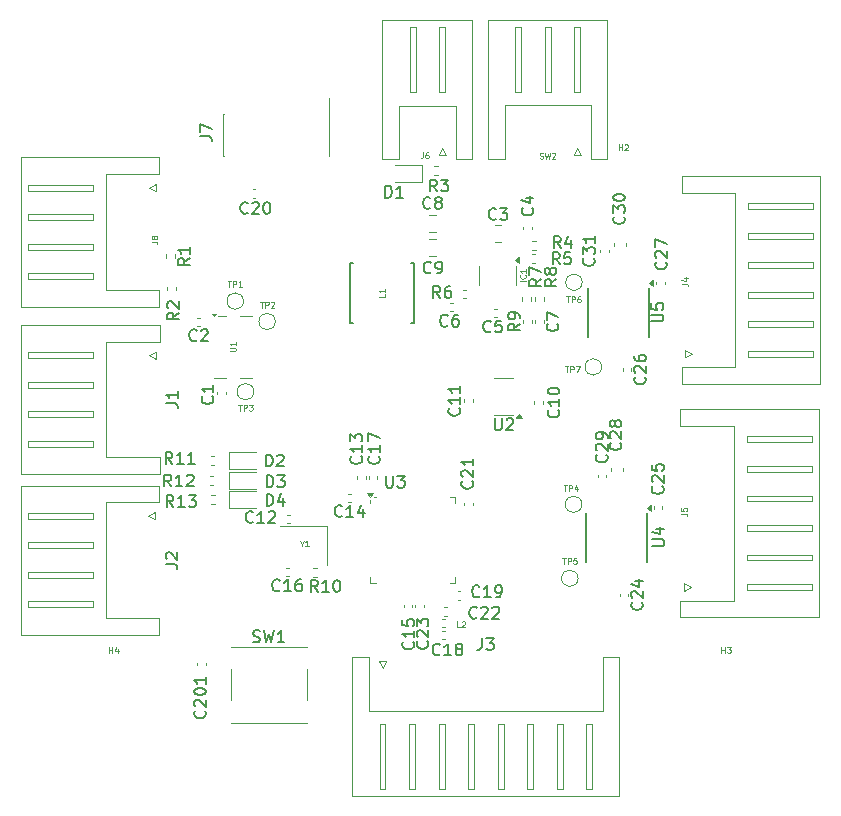
<source format=gbr>
%TF.GenerationSoftware,KiCad,Pcbnew,8.0.5*%
%TF.CreationDate,2024-10-08T13:01:26+02:00*%
%TF.ProjectId,ESE_AL8,4553455f-414c-4382-9e6b-696361645f70,rev?*%
%TF.SameCoordinates,Original*%
%TF.FileFunction,Legend,Top*%
%TF.FilePolarity,Positive*%
%FSLAX46Y46*%
G04 Gerber Fmt 4.6, Leading zero omitted, Abs format (unit mm)*
G04 Created by KiCad (PCBNEW 8.0.5) date 2024-10-08 13:01:26*
%MOMM*%
%LPD*%
G01*
G04 APERTURE LIST*
%ADD10C,0.150000*%
%ADD11C,0.125000*%
%ADD12C,0.120000*%
%ADD13C,0.152400*%
G04 APERTURE END LIST*
D10*
X143996905Y-102074819D02*
X143996905Y-101074819D01*
X143996905Y-101074819D02*
X144235000Y-101074819D01*
X144235000Y-101074819D02*
X144377857Y-101122438D01*
X144377857Y-101122438D02*
X144473095Y-101217676D01*
X144473095Y-101217676D02*
X144520714Y-101312914D01*
X144520714Y-101312914D02*
X144568333Y-101503390D01*
X144568333Y-101503390D02*
X144568333Y-101646247D01*
X144568333Y-101646247D02*
X144520714Y-101836723D01*
X144520714Y-101836723D02*
X144473095Y-101931961D01*
X144473095Y-101931961D02*
X144377857Y-102027200D01*
X144377857Y-102027200D02*
X144235000Y-102074819D01*
X144235000Y-102074819D02*
X143996905Y-102074819D01*
X144901667Y-101074819D02*
X145520714Y-101074819D01*
X145520714Y-101074819D02*
X145187381Y-101455771D01*
X145187381Y-101455771D02*
X145330238Y-101455771D01*
X145330238Y-101455771D02*
X145425476Y-101503390D01*
X145425476Y-101503390D02*
X145473095Y-101551009D01*
X145473095Y-101551009D02*
X145520714Y-101646247D01*
X145520714Y-101646247D02*
X145520714Y-101884342D01*
X145520714Y-101884342D02*
X145473095Y-101979580D01*
X145473095Y-101979580D02*
X145425476Y-102027200D01*
X145425476Y-102027200D02*
X145330238Y-102074819D01*
X145330238Y-102074819D02*
X145044524Y-102074819D01*
X145044524Y-102074819D02*
X144949286Y-102027200D01*
X144949286Y-102027200D02*
X144901667Y-101979580D01*
D11*
X130659047Y-116094809D02*
X130659047Y-115594809D01*
X130659047Y-115832904D02*
X130944761Y-115832904D01*
X130944761Y-116094809D02*
X130944761Y-115594809D01*
X131397143Y-115761476D02*
X131397143Y-116094809D01*
X131278095Y-115571000D02*
X131159048Y-115928142D01*
X131159048Y-115928142D02*
X131468571Y-115928142D01*
X146969405Y-106846714D02*
X146969405Y-107084809D01*
X146802739Y-106584809D02*
X146969405Y-106846714D01*
X146969405Y-106846714D02*
X147136072Y-106584809D01*
X147564643Y-107084809D02*
X147278929Y-107084809D01*
X147421786Y-107084809D02*
X147421786Y-106584809D01*
X147421786Y-106584809D02*
X147374167Y-106656238D01*
X147374167Y-106656238D02*
X147326548Y-106703857D01*
X147326548Y-106703857D02*
X147278929Y-106727666D01*
X165944809Y-84618094D02*
X165444809Y-84618094D01*
X165897190Y-84094285D02*
X165921000Y-84118094D01*
X165921000Y-84118094D02*
X165944809Y-84189523D01*
X165944809Y-84189523D02*
X165944809Y-84237142D01*
X165944809Y-84237142D02*
X165921000Y-84308570D01*
X165921000Y-84308570D02*
X165873380Y-84356189D01*
X165873380Y-84356189D02*
X165825761Y-84379999D01*
X165825761Y-84379999D02*
X165730523Y-84403808D01*
X165730523Y-84403808D02*
X165659095Y-84403808D01*
X165659095Y-84403808D02*
X165563857Y-84379999D01*
X165563857Y-84379999D02*
X165516238Y-84356189D01*
X165516238Y-84356189D02*
X165468619Y-84308570D01*
X165468619Y-84308570D02*
X165444809Y-84237142D01*
X165444809Y-84237142D02*
X165444809Y-84189523D01*
X165444809Y-84189523D02*
X165468619Y-84118094D01*
X165468619Y-84118094D02*
X165492428Y-84094285D01*
X165944809Y-83618094D02*
X165944809Y-83903808D01*
X165944809Y-83760951D02*
X165444809Y-83760951D01*
X165444809Y-83760951D02*
X165516238Y-83808570D01*
X165516238Y-83808570D02*
X165563857Y-83856189D01*
X165563857Y-83856189D02*
X165587666Y-83903808D01*
X153994809Y-85713333D02*
X153994809Y-85951428D01*
X153994809Y-85951428D02*
X153494809Y-85951428D01*
X153994809Y-85284761D02*
X153994809Y-85570475D01*
X153994809Y-85427618D02*
X153494809Y-85427618D01*
X153494809Y-85427618D02*
X153566238Y-85475237D01*
X153566238Y-85475237D02*
X153613857Y-85522856D01*
X153613857Y-85522856D02*
X153637666Y-85570475D01*
D10*
X142841667Y-115147200D02*
X142984524Y-115194819D01*
X142984524Y-115194819D02*
X143222619Y-115194819D01*
X143222619Y-115194819D02*
X143317857Y-115147200D01*
X143317857Y-115147200D02*
X143365476Y-115099580D01*
X143365476Y-115099580D02*
X143413095Y-115004342D01*
X143413095Y-115004342D02*
X143413095Y-114909104D01*
X143413095Y-114909104D02*
X143365476Y-114813866D01*
X143365476Y-114813866D02*
X143317857Y-114766247D01*
X143317857Y-114766247D02*
X143222619Y-114718628D01*
X143222619Y-114718628D02*
X143032143Y-114671009D01*
X143032143Y-114671009D02*
X142936905Y-114623390D01*
X142936905Y-114623390D02*
X142889286Y-114575771D01*
X142889286Y-114575771D02*
X142841667Y-114480533D01*
X142841667Y-114480533D02*
X142841667Y-114385295D01*
X142841667Y-114385295D02*
X142889286Y-114290057D01*
X142889286Y-114290057D02*
X142936905Y-114242438D01*
X142936905Y-114242438D02*
X143032143Y-114194819D01*
X143032143Y-114194819D02*
X143270238Y-114194819D01*
X143270238Y-114194819D02*
X143413095Y-114242438D01*
X143746429Y-114194819D02*
X143984524Y-115194819D01*
X143984524Y-115194819D02*
X144175000Y-114480533D01*
X144175000Y-114480533D02*
X144365476Y-115194819D01*
X144365476Y-115194819D02*
X144603572Y-114194819D01*
X145508333Y-115194819D02*
X144936905Y-115194819D01*
X145222619Y-115194819D02*
X145222619Y-114194819D01*
X145222619Y-114194819D02*
X145127381Y-114337676D01*
X145127381Y-114337676D02*
X145032143Y-114432914D01*
X145032143Y-114432914D02*
X144936905Y-114480533D01*
X142837142Y-104999580D02*
X142789523Y-105047200D01*
X142789523Y-105047200D02*
X142646666Y-105094819D01*
X142646666Y-105094819D02*
X142551428Y-105094819D01*
X142551428Y-105094819D02*
X142408571Y-105047200D01*
X142408571Y-105047200D02*
X142313333Y-104951961D01*
X142313333Y-104951961D02*
X142265714Y-104856723D01*
X142265714Y-104856723D02*
X142218095Y-104666247D01*
X142218095Y-104666247D02*
X142218095Y-104523390D01*
X142218095Y-104523390D02*
X142265714Y-104332914D01*
X142265714Y-104332914D02*
X142313333Y-104237676D01*
X142313333Y-104237676D02*
X142408571Y-104142438D01*
X142408571Y-104142438D02*
X142551428Y-104094819D01*
X142551428Y-104094819D02*
X142646666Y-104094819D01*
X142646666Y-104094819D02*
X142789523Y-104142438D01*
X142789523Y-104142438D02*
X142837142Y-104190057D01*
X143789523Y-105094819D02*
X143218095Y-105094819D01*
X143503809Y-105094819D02*
X143503809Y-104094819D01*
X143503809Y-104094819D02*
X143408571Y-104237676D01*
X143408571Y-104237676D02*
X143313333Y-104332914D01*
X143313333Y-104332914D02*
X143218095Y-104380533D01*
X144170476Y-104190057D02*
X144218095Y-104142438D01*
X144218095Y-104142438D02*
X144313333Y-104094819D01*
X144313333Y-104094819D02*
X144551428Y-104094819D01*
X144551428Y-104094819D02*
X144646666Y-104142438D01*
X144646666Y-104142438D02*
X144694285Y-104190057D01*
X144694285Y-104190057D02*
X144741904Y-104285295D01*
X144741904Y-104285295D02*
X144741904Y-104380533D01*
X144741904Y-104380533D02*
X144694285Y-104523390D01*
X144694285Y-104523390D02*
X144122857Y-105094819D01*
X144122857Y-105094819D02*
X144741904Y-105094819D01*
X148317142Y-110924819D02*
X147983809Y-110448628D01*
X147745714Y-110924819D02*
X147745714Y-109924819D01*
X147745714Y-109924819D02*
X148126666Y-109924819D01*
X148126666Y-109924819D02*
X148221904Y-109972438D01*
X148221904Y-109972438D02*
X148269523Y-110020057D01*
X148269523Y-110020057D02*
X148317142Y-110115295D01*
X148317142Y-110115295D02*
X148317142Y-110258152D01*
X148317142Y-110258152D02*
X148269523Y-110353390D01*
X148269523Y-110353390D02*
X148221904Y-110401009D01*
X148221904Y-110401009D02*
X148126666Y-110448628D01*
X148126666Y-110448628D02*
X147745714Y-110448628D01*
X149269523Y-110924819D02*
X148698095Y-110924819D01*
X148983809Y-110924819D02*
X148983809Y-109924819D01*
X148983809Y-109924819D02*
X148888571Y-110067676D01*
X148888571Y-110067676D02*
X148793333Y-110162914D01*
X148793333Y-110162914D02*
X148698095Y-110210533D01*
X149888571Y-109924819D02*
X149983809Y-109924819D01*
X149983809Y-109924819D02*
X150079047Y-109972438D01*
X150079047Y-109972438D02*
X150126666Y-110020057D01*
X150126666Y-110020057D02*
X150174285Y-110115295D01*
X150174285Y-110115295D02*
X150221904Y-110305771D01*
X150221904Y-110305771D02*
X150221904Y-110543866D01*
X150221904Y-110543866D02*
X150174285Y-110734342D01*
X150174285Y-110734342D02*
X150126666Y-110829580D01*
X150126666Y-110829580D02*
X150079047Y-110877200D01*
X150079047Y-110877200D02*
X149983809Y-110924819D01*
X149983809Y-110924819D02*
X149888571Y-110924819D01*
X149888571Y-110924819D02*
X149793333Y-110877200D01*
X149793333Y-110877200D02*
X149745714Y-110829580D01*
X149745714Y-110829580D02*
X149698095Y-110734342D01*
X149698095Y-110734342D02*
X149650476Y-110543866D01*
X149650476Y-110543866D02*
X149650476Y-110305771D01*
X149650476Y-110305771D02*
X149698095Y-110115295D01*
X149698095Y-110115295D02*
X149745714Y-110020057D01*
X149745714Y-110020057D02*
X149793333Y-109972438D01*
X149793333Y-109972438D02*
X149888571Y-109924819D01*
X163318095Y-96242319D02*
X163318095Y-97051842D01*
X163318095Y-97051842D02*
X163365714Y-97147080D01*
X163365714Y-97147080D02*
X163413333Y-97194700D01*
X163413333Y-97194700D02*
X163508571Y-97242319D01*
X163508571Y-97242319D02*
X163699047Y-97242319D01*
X163699047Y-97242319D02*
X163794285Y-97194700D01*
X163794285Y-97194700D02*
X163841904Y-97147080D01*
X163841904Y-97147080D02*
X163889523Y-97051842D01*
X163889523Y-97051842D02*
X163889523Y-96242319D01*
X164318095Y-96337557D02*
X164365714Y-96289938D01*
X164365714Y-96289938D02*
X164460952Y-96242319D01*
X164460952Y-96242319D02*
X164699047Y-96242319D01*
X164699047Y-96242319D02*
X164794285Y-96289938D01*
X164794285Y-96289938D02*
X164841904Y-96337557D01*
X164841904Y-96337557D02*
X164889523Y-96432795D01*
X164889523Y-96432795D02*
X164889523Y-96528033D01*
X164889523Y-96528033D02*
X164841904Y-96670890D01*
X164841904Y-96670890D02*
X164270476Y-97242319D01*
X164270476Y-97242319D02*
X164889523Y-97242319D01*
X150377142Y-104497080D02*
X150329523Y-104544700D01*
X150329523Y-104544700D02*
X150186666Y-104592319D01*
X150186666Y-104592319D02*
X150091428Y-104592319D01*
X150091428Y-104592319D02*
X149948571Y-104544700D01*
X149948571Y-104544700D02*
X149853333Y-104449461D01*
X149853333Y-104449461D02*
X149805714Y-104354223D01*
X149805714Y-104354223D02*
X149758095Y-104163747D01*
X149758095Y-104163747D02*
X149758095Y-104020890D01*
X149758095Y-104020890D02*
X149805714Y-103830414D01*
X149805714Y-103830414D02*
X149853333Y-103735176D01*
X149853333Y-103735176D02*
X149948571Y-103639938D01*
X149948571Y-103639938D02*
X150091428Y-103592319D01*
X150091428Y-103592319D02*
X150186666Y-103592319D01*
X150186666Y-103592319D02*
X150329523Y-103639938D01*
X150329523Y-103639938D02*
X150377142Y-103687557D01*
X151329523Y-104592319D02*
X150758095Y-104592319D01*
X151043809Y-104592319D02*
X151043809Y-103592319D01*
X151043809Y-103592319D02*
X150948571Y-103735176D01*
X150948571Y-103735176D02*
X150853333Y-103830414D01*
X150853333Y-103830414D02*
X150758095Y-103878033D01*
X152186666Y-103925652D02*
X152186666Y-104592319D01*
X151948571Y-103544700D02*
X151710476Y-104258985D01*
X151710476Y-104258985D02*
X152329523Y-104258985D01*
X143926905Y-100304819D02*
X143926905Y-99304819D01*
X143926905Y-99304819D02*
X144165000Y-99304819D01*
X144165000Y-99304819D02*
X144307857Y-99352438D01*
X144307857Y-99352438D02*
X144403095Y-99447676D01*
X144403095Y-99447676D02*
X144450714Y-99542914D01*
X144450714Y-99542914D02*
X144498333Y-99733390D01*
X144498333Y-99733390D02*
X144498333Y-99876247D01*
X144498333Y-99876247D02*
X144450714Y-100066723D01*
X144450714Y-100066723D02*
X144403095Y-100161961D01*
X144403095Y-100161961D02*
X144307857Y-100257200D01*
X144307857Y-100257200D02*
X144165000Y-100304819D01*
X144165000Y-100304819D02*
X143926905Y-100304819D01*
X144879286Y-99400057D02*
X144926905Y-99352438D01*
X144926905Y-99352438D02*
X145022143Y-99304819D01*
X145022143Y-99304819D02*
X145260238Y-99304819D01*
X145260238Y-99304819D02*
X145355476Y-99352438D01*
X145355476Y-99352438D02*
X145403095Y-99400057D01*
X145403095Y-99400057D02*
X145450714Y-99495295D01*
X145450714Y-99495295D02*
X145450714Y-99590533D01*
X145450714Y-99590533D02*
X145403095Y-99733390D01*
X145403095Y-99733390D02*
X144831667Y-100304819D01*
X144831667Y-100304819D02*
X145450714Y-100304819D01*
X138073333Y-89609580D02*
X138025714Y-89657200D01*
X138025714Y-89657200D02*
X137882857Y-89704819D01*
X137882857Y-89704819D02*
X137787619Y-89704819D01*
X137787619Y-89704819D02*
X137644762Y-89657200D01*
X137644762Y-89657200D02*
X137549524Y-89561961D01*
X137549524Y-89561961D02*
X137501905Y-89466723D01*
X137501905Y-89466723D02*
X137454286Y-89276247D01*
X137454286Y-89276247D02*
X137454286Y-89133390D01*
X137454286Y-89133390D02*
X137501905Y-88942914D01*
X137501905Y-88942914D02*
X137549524Y-88847676D01*
X137549524Y-88847676D02*
X137644762Y-88752438D01*
X137644762Y-88752438D02*
X137787619Y-88704819D01*
X137787619Y-88704819D02*
X137882857Y-88704819D01*
X137882857Y-88704819D02*
X138025714Y-88752438D01*
X138025714Y-88752438D02*
X138073333Y-88800057D01*
X138454286Y-88800057D02*
X138501905Y-88752438D01*
X138501905Y-88752438D02*
X138597143Y-88704819D01*
X138597143Y-88704819D02*
X138835238Y-88704819D01*
X138835238Y-88704819D02*
X138930476Y-88752438D01*
X138930476Y-88752438D02*
X138978095Y-88800057D01*
X138978095Y-88800057D02*
X139025714Y-88895295D01*
X139025714Y-88895295D02*
X139025714Y-88990533D01*
X139025714Y-88990533D02*
X138978095Y-89133390D01*
X138978095Y-89133390D02*
X138406667Y-89704819D01*
X138406667Y-89704819D02*
X139025714Y-89704819D01*
X162973333Y-88859580D02*
X162925714Y-88907200D01*
X162925714Y-88907200D02*
X162782857Y-88954819D01*
X162782857Y-88954819D02*
X162687619Y-88954819D01*
X162687619Y-88954819D02*
X162544762Y-88907200D01*
X162544762Y-88907200D02*
X162449524Y-88811961D01*
X162449524Y-88811961D02*
X162401905Y-88716723D01*
X162401905Y-88716723D02*
X162354286Y-88526247D01*
X162354286Y-88526247D02*
X162354286Y-88383390D01*
X162354286Y-88383390D02*
X162401905Y-88192914D01*
X162401905Y-88192914D02*
X162449524Y-88097676D01*
X162449524Y-88097676D02*
X162544762Y-88002438D01*
X162544762Y-88002438D02*
X162687619Y-87954819D01*
X162687619Y-87954819D02*
X162782857Y-87954819D01*
X162782857Y-87954819D02*
X162925714Y-88002438D01*
X162925714Y-88002438D02*
X162973333Y-88050057D01*
X163878095Y-87954819D02*
X163401905Y-87954819D01*
X163401905Y-87954819D02*
X163354286Y-88431009D01*
X163354286Y-88431009D02*
X163401905Y-88383390D01*
X163401905Y-88383390D02*
X163497143Y-88335771D01*
X163497143Y-88335771D02*
X163735238Y-88335771D01*
X163735238Y-88335771D02*
X163830476Y-88383390D01*
X163830476Y-88383390D02*
X163878095Y-88431009D01*
X163878095Y-88431009D02*
X163925714Y-88526247D01*
X163925714Y-88526247D02*
X163925714Y-88764342D01*
X163925714Y-88764342D02*
X163878095Y-88859580D01*
X163878095Y-88859580D02*
X163830476Y-88907200D01*
X163830476Y-88907200D02*
X163735238Y-88954819D01*
X163735238Y-88954819D02*
X163497143Y-88954819D01*
X163497143Y-88954819D02*
X163401905Y-88907200D01*
X163401905Y-88907200D02*
X163354286Y-88859580D01*
X156389580Y-115152857D02*
X156437200Y-115200476D01*
X156437200Y-115200476D02*
X156484819Y-115343333D01*
X156484819Y-115343333D02*
X156484819Y-115438571D01*
X156484819Y-115438571D02*
X156437200Y-115581428D01*
X156437200Y-115581428D02*
X156341961Y-115676666D01*
X156341961Y-115676666D02*
X156246723Y-115724285D01*
X156246723Y-115724285D02*
X156056247Y-115771904D01*
X156056247Y-115771904D02*
X155913390Y-115771904D01*
X155913390Y-115771904D02*
X155722914Y-115724285D01*
X155722914Y-115724285D02*
X155627676Y-115676666D01*
X155627676Y-115676666D02*
X155532438Y-115581428D01*
X155532438Y-115581428D02*
X155484819Y-115438571D01*
X155484819Y-115438571D02*
X155484819Y-115343333D01*
X155484819Y-115343333D02*
X155532438Y-115200476D01*
X155532438Y-115200476D02*
X155580057Y-115152857D01*
X156484819Y-114200476D02*
X156484819Y-114771904D01*
X156484819Y-114486190D02*
X155484819Y-114486190D01*
X155484819Y-114486190D02*
X155627676Y-114581428D01*
X155627676Y-114581428D02*
X155722914Y-114676666D01*
X155722914Y-114676666D02*
X155770533Y-114771904D01*
X155484819Y-113295714D02*
X155484819Y-113771904D01*
X155484819Y-113771904D02*
X155961009Y-113819523D01*
X155961009Y-113819523D02*
X155913390Y-113771904D01*
X155913390Y-113771904D02*
X155865771Y-113676666D01*
X155865771Y-113676666D02*
X155865771Y-113438571D01*
X155865771Y-113438571D02*
X155913390Y-113343333D01*
X155913390Y-113343333D02*
X155961009Y-113295714D01*
X155961009Y-113295714D02*
X156056247Y-113248095D01*
X156056247Y-113248095D02*
X156294342Y-113248095D01*
X156294342Y-113248095D02*
X156389580Y-113295714D01*
X156389580Y-113295714D02*
X156437200Y-113343333D01*
X156437200Y-113343333D02*
X156484819Y-113438571D01*
X156484819Y-113438571D02*
X156484819Y-113676666D01*
X156484819Y-113676666D02*
X156437200Y-113771904D01*
X156437200Y-113771904D02*
X156389580Y-113819523D01*
X136104642Y-103734819D02*
X135771309Y-103258628D01*
X135533214Y-103734819D02*
X135533214Y-102734819D01*
X135533214Y-102734819D02*
X135914166Y-102734819D01*
X135914166Y-102734819D02*
X136009404Y-102782438D01*
X136009404Y-102782438D02*
X136057023Y-102830057D01*
X136057023Y-102830057D02*
X136104642Y-102925295D01*
X136104642Y-102925295D02*
X136104642Y-103068152D01*
X136104642Y-103068152D02*
X136057023Y-103163390D01*
X136057023Y-103163390D02*
X136009404Y-103211009D01*
X136009404Y-103211009D02*
X135914166Y-103258628D01*
X135914166Y-103258628D02*
X135533214Y-103258628D01*
X137057023Y-103734819D02*
X136485595Y-103734819D01*
X136771309Y-103734819D02*
X136771309Y-102734819D01*
X136771309Y-102734819D02*
X136676071Y-102877676D01*
X136676071Y-102877676D02*
X136580833Y-102972914D01*
X136580833Y-102972914D02*
X136485595Y-103020533D01*
X137390357Y-102734819D02*
X138009404Y-102734819D01*
X138009404Y-102734819D02*
X137676071Y-103115771D01*
X137676071Y-103115771D02*
X137818928Y-103115771D01*
X137818928Y-103115771D02*
X137914166Y-103163390D01*
X137914166Y-103163390D02*
X137961785Y-103211009D01*
X137961785Y-103211009D02*
X138009404Y-103306247D01*
X138009404Y-103306247D02*
X138009404Y-103544342D01*
X138009404Y-103544342D02*
X137961785Y-103639580D01*
X137961785Y-103639580D02*
X137914166Y-103687200D01*
X137914166Y-103687200D02*
X137818928Y-103734819D01*
X137818928Y-103734819D02*
X137533214Y-103734819D01*
X137533214Y-103734819D02*
X137437976Y-103687200D01*
X137437976Y-103687200D02*
X137390357Y-103639580D01*
X137504819Y-82679166D02*
X137028628Y-83012499D01*
X137504819Y-83250594D02*
X136504819Y-83250594D01*
X136504819Y-83250594D02*
X136504819Y-82869642D01*
X136504819Y-82869642D02*
X136552438Y-82774404D01*
X136552438Y-82774404D02*
X136600057Y-82726785D01*
X136600057Y-82726785D02*
X136695295Y-82679166D01*
X136695295Y-82679166D02*
X136838152Y-82679166D01*
X136838152Y-82679166D02*
X136933390Y-82726785D01*
X136933390Y-82726785D02*
X136981009Y-82774404D01*
X136981009Y-82774404D02*
X137028628Y-82869642D01*
X137028628Y-82869642D02*
X137028628Y-83250594D01*
X137504819Y-81726785D02*
X137504819Y-82298213D01*
X137504819Y-82012499D02*
X136504819Y-82012499D01*
X136504819Y-82012499D02*
X136647676Y-82107737D01*
X136647676Y-82107737D02*
X136742914Y-82202975D01*
X136742914Y-82202975D02*
X136790533Y-82298213D01*
D11*
X169369048Y-85904809D02*
X169654762Y-85904809D01*
X169511905Y-86404809D02*
X169511905Y-85904809D01*
X169821428Y-86404809D02*
X169821428Y-85904809D01*
X169821428Y-85904809D02*
X170011904Y-85904809D01*
X170011904Y-85904809D02*
X170059523Y-85928619D01*
X170059523Y-85928619D02*
X170083333Y-85952428D01*
X170083333Y-85952428D02*
X170107142Y-86000047D01*
X170107142Y-86000047D02*
X170107142Y-86071476D01*
X170107142Y-86071476D02*
X170083333Y-86119095D01*
X170083333Y-86119095D02*
X170059523Y-86142904D01*
X170059523Y-86142904D02*
X170011904Y-86166714D01*
X170011904Y-86166714D02*
X169821428Y-86166714D01*
X170535714Y-85904809D02*
X170440476Y-85904809D01*
X170440476Y-85904809D02*
X170392857Y-85928619D01*
X170392857Y-85928619D02*
X170369047Y-85952428D01*
X170369047Y-85952428D02*
X170321428Y-86023857D01*
X170321428Y-86023857D02*
X170297619Y-86119095D01*
X170297619Y-86119095D02*
X170297619Y-86309571D01*
X170297619Y-86309571D02*
X170321428Y-86357190D01*
X170321428Y-86357190D02*
X170345238Y-86381000D01*
X170345238Y-86381000D02*
X170392857Y-86404809D01*
X170392857Y-86404809D02*
X170488095Y-86404809D01*
X170488095Y-86404809D02*
X170535714Y-86381000D01*
X170535714Y-86381000D02*
X170559523Y-86357190D01*
X170559523Y-86357190D02*
X170583333Y-86309571D01*
X170583333Y-86309571D02*
X170583333Y-86190523D01*
X170583333Y-86190523D02*
X170559523Y-86142904D01*
X170559523Y-86142904D02*
X170535714Y-86119095D01*
X170535714Y-86119095D02*
X170488095Y-86095285D01*
X170488095Y-86095285D02*
X170392857Y-86095285D01*
X170392857Y-86095285D02*
X170345238Y-86119095D01*
X170345238Y-86119095D02*
X170321428Y-86142904D01*
X170321428Y-86142904D02*
X170297619Y-86190523D01*
D10*
X168893333Y-81824819D02*
X168560000Y-81348628D01*
X168321905Y-81824819D02*
X168321905Y-80824819D01*
X168321905Y-80824819D02*
X168702857Y-80824819D01*
X168702857Y-80824819D02*
X168798095Y-80872438D01*
X168798095Y-80872438D02*
X168845714Y-80920057D01*
X168845714Y-80920057D02*
X168893333Y-81015295D01*
X168893333Y-81015295D02*
X168893333Y-81158152D01*
X168893333Y-81158152D02*
X168845714Y-81253390D01*
X168845714Y-81253390D02*
X168798095Y-81301009D01*
X168798095Y-81301009D02*
X168702857Y-81348628D01*
X168702857Y-81348628D02*
X168321905Y-81348628D01*
X169750476Y-81158152D02*
X169750476Y-81824819D01*
X169512381Y-80777200D02*
X169274286Y-81491485D01*
X169274286Y-81491485D02*
X169893333Y-81491485D01*
D11*
X182499047Y-116084809D02*
X182499047Y-115584809D01*
X182499047Y-115822904D02*
X182784761Y-115822904D01*
X182784761Y-116084809D02*
X182784761Y-115584809D01*
X182975238Y-115584809D02*
X183284762Y-115584809D01*
X183284762Y-115584809D02*
X183118095Y-115775285D01*
X183118095Y-115775285D02*
X183189524Y-115775285D01*
X183189524Y-115775285D02*
X183237143Y-115799095D01*
X183237143Y-115799095D02*
X183260952Y-115822904D01*
X183260952Y-115822904D02*
X183284762Y-115870523D01*
X183284762Y-115870523D02*
X183284762Y-115989571D01*
X183284762Y-115989571D02*
X183260952Y-116037190D01*
X183260952Y-116037190D02*
X183237143Y-116061000D01*
X183237143Y-116061000D02*
X183189524Y-116084809D01*
X183189524Y-116084809D02*
X183046667Y-116084809D01*
X183046667Y-116084809D02*
X182999048Y-116061000D01*
X182999048Y-116061000D02*
X182975238Y-116037190D01*
X169139048Y-101904809D02*
X169424762Y-101904809D01*
X169281905Y-102404809D02*
X169281905Y-101904809D01*
X169591428Y-102404809D02*
X169591428Y-101904809D01*
X169591428Y-101904809D02*
X169781904Y-101904809D01*
X169781904Y-101904809D02*
X169829523Y-101928619D01*
X169829523Y-101928619D02*
X169853333Y-101952428D01*
X169853333Y-101952428D02*
X169877142Y-102000047D01*
X169877142Y-102000047D02*
X169877142Y-102071476D01*
X169877142Y-102071476D02*
X169853333Y-102119095D01*
X169853333Y-102119095D02*
X169829523Y-102142904D01*
X169829523Y-102142904D02*
X169781904Y-102166714D01*
X169781904Y-102166714D02*
X169591428Y-102166714D01*
X170305714Y-102071476D02*
X170305714Y-102404809D01*
X170186666Y-101881000D02*
X170067619Y-102238142D01*
X170067619Y-102238142D02*
X170377142Y-102238142D01*
D10*
X161399580Y-101562857D02*
X161447200Y-101610476D01*
X161447200Y-101610476D02*
X161494819Y-101753333D01*
X161494819Y-101753333D02*
X161494819Y-101848571D01*
X161494819Y-101848571D02*
X161447200Y-101991428D01*
X161447200Y-101991428D02*
X161351961Y-102086666D01*
X161351961Y-102086666D02*
X161256723Y-102134285D01*
X161256723Y-102134285D02*
X161066247Y-102181904D01*
X161066247Y-102181904D02*
X160923390Y-102181904D01*
X160923390Y-102181904D02*
X160732914Y-102134285D01*
X160732914Y-102134285D02*
X160637676Y-102086666D01*
X160637676Y-102086666D02*
X160542438Y-101991428D01*
X160542438Y-101991428D02*
X160494819Y-101848571D01*
X160494819Y-101848571D02*
X160494819Y-101753333D01*
X160494819Y-101753333D02*
X160542438Y-101610476D01*
X160542438Y-101610476D02*
X160590057Y-101562857D01*
X160590057Y-101181904D02*
X160542438Y-101134285D01*
X160542438Y-101134285D02*
X160494819Y-101039047D01*
X160494819Y-101039047D02*
X160494819Y-100800952D01*
X160494819Y-100800952D02*
X160542438Y-100705714D01*
X160542438Y-100705714D02*
X160590057Y-100658095D01*
X160590057Y-100658095D02*
X160685295Y-100610476D01*
X160685295Y-100610476D02*
X160780533Y-100610476D01*
X160780533Y-100610476D02*
X160923390Y-100658095D01*
X160923390Y-100658095D02*
X161494819Y-101229523D01*
X161494819Y-101229523D02*
X161494819Y-100610476D01*
X161494819Y-99658095D02*
X161494819Y-100229523D01*
X161494819Y-99943809D02*
X160494819Y-99943809D01*
X160494819Y-99943809D02*
X160637676Y-100039047D01*
X160637676Y-100039047D02*
X160732914Y-100134285D01*
X160732914Y-100134285D02*
X160780533Y-100229523D01*
X135909642Y-101994819D02*
X135576309Y-101518628D01*
X135338214Y-101994819D02*
X135338214Y-100994819D01*
X135338214Y-100994819D02*
X135719166Y-100994819D01*
X135719166Y-100994819D02*
X135814404Y-101042438D01*
X135814404Y-101042438D02*
X135862023Y-101090057D01*
X135862023Y-101090057D02*
X135909642Y-101185295D01*
X135909642Y-101185295D02*
X135909642Y-101328152D01*
X135909642Y-101328152D02*
X135862023Y-101423390D01*
X135862023Y-101423390D02*
X135814404Y-101471009D01*
X135814404Y-101471009D02*
X135719166Y-101518628D01*
X135719166Y-101518628D02*
X135338214Y-101518628D01*
X136862023Y-101994819D02*
X136290595Y-101994819D01*
X136576309Y-101994819D02*
X136576309Y-100994819D01*
X136576309Y-100994819D02*
X136481071Y-101137676D01*
X136481071Y-101137676D02*
X136385833Y-101232914D01*
X136385833Y-101232914D02*
X136290595Y-101280533D01*
X137242976Y-101090057D02*
X137290595Y-101042438D01*
X137290595Y-101042438D02*
X137385833Y-100994819D01*
X137385833Y-100994819D02*
X137623928Y-100994819D01*
X137623928Y-100994819D02*
X137719166Y-101042438D01*
X137719166Y-101042438D02*
X137766785Y-101090057D01*
X137766785Y-101090057D02*
X137814404Y-101185295D01*
X137814404Y-101185295D02*
X137814404Y-101280533D01*
X137814404Y-101280533D02*
X137766785Y-101423390D01*
X137766785Y-101423390D02*
X137195357Y-101994819D01*
X137195357Y-101994819D02*
X137814404Y-101994819D01*
X154031905Y-77544819D02*
X154031905Y-76544819D01*
X154031905Y-76544819D02*
X154270000Y-76544819D01*
X154270000Y-76544819D02*
X154412857Y-76592438D01*
X154412857Y-76592438D02*
X154508095Y-76687676D01*
X154508095Y-76687676D02*
X154555714Y-76782914D01*
X154555714Y-76782914D02*
X154603333Y-76973390D01*
X154603333Y-76973390D02*
X154603333Y-77116247D01*
X154603333Y-77116247D02*
X154555714Y-77306723D01*
X154555714Y-77306723D02*
X154508095Y-77401961D01*
X154508095Y-77401961D02*
X154412857Y-77497200D01*
X154412857Y-77497200D02*
X154270000Y-77544819D01*
X154270000Y-77544819D02*
X154031905Y-77544819D01*
X155555714Y-77544819D02*
X154984286Y-77544819D01*
X155270000Y-77544819D02*
X155270000Y-76544819D01*
X155270000Y-76544819D02*
X155174762Y-76687676D01*
X155174762Y-76687676D02*
X155079524Y-76782914D01*
X155079524Y-76782914D02*
X154984286Y-76830533D01*
X157913333Y-83869580D02*
X157865714Y-83917200D01*
X157865714Y-83917200D02*
X157722857Y-83964819D01*
X157722857Y-83964819D02*
X157627619Y-83964819D01*
X157627619Y-83964819D02*
X157484762Y-83917200D01*
X157484762Y-83917200D02*
X157389524Y-83821961D01*
X157389524Y-83821961D02*
X157341905Y-83726723D01*
X157341905Y-83726723D02*
X157294286Y-83536247D01*
X157294286Y-83536247D02*
X157294286Y-83393390D01*
X157294286Y-83393390D02*
X157341905Y-83202914D01*
X157341905Y-83202914D02*
X157389524Y-83107676D01*
X157389524Y-83107676D02*
X157484762Y-83012438D01*
X157484762Y-83012438D02*
X157627619Y-82964819D01*
X157627619Y-82964819D02*
X157722857Y-82964819D01*
X157722857Y-82964819D02*
X157865714Y-83012438D01*
X157865714Y-83012438D02*
X157913333Y-83060057D01*
X158389524Y-83964819D02*
X158580000Y-83964819D01*
X158580000Y-83964819D02*
X158675238Y-83917200D01*
X158675238Y-83917200D02*
X158722857Y-83869580D01*
X158722857Y-83869580D02*
X158818095Y-83726723D01*
X158818095Y-83726723D02*
X158865714Y-83536247D01*
X158865714Y-83536247D02*
X158865714Y-83155295D01*
X158865714Y-83155295D02*
X158818095Y-83060057D01*
X158818095Y-83060057D02*
X158770476Y-83012438D01*
X158770476Y-83012438D02*
X158675238Y-82964819D01*
X158675238Y-82964819D02*
X158484762Y-82964819D01*
X158484762Y-82964819D02*
X158389524Y-83012438D01*
X158389524Y-83012438D02*
X158341905Y-83060057D01*
X158341905Y-83060057D02*
X158294286Y-83155295D01*
X158294286Y-83155295D02*
X158294286Y-83393390D01*
X158294286Y-83393390D02*
X158341905Y-83488628D01*
X158341905Y-83488628D02*
X158389524Y-83536247D01*
X158389524Y-83536247D02*
X158484762Y-83583866D01*
X158484762Y-83583866D02*
X158675238Y-83583866D01*
X158675238Y-83583866D02*
X158770476Y-83536247D01*
X158770476Y-83536247D02*
X158818095Y-83488628D01*
X158818095Y-83488628D02*
X158865714Y-83393390D01*
X142397142Y-78839580D02*
X142349523Y-78887200D01*
X142349523Y-78887200D02*
X142206666Y-78934819D01*
X142206666Y-78934819D02*
X142111428Y-78934819D01*
X142111428Y-78934819D02*
X141968571Y-78887200D01*
X141968571Y-78887200D02*
X141873333Y-78791961D01*
X141873333Y-78791961D02*
X141825714Y-78696723D01*
X141825714Y-78696723D02*
X141778095Y-78506247D01*
X141778095Y-78506247D02*
X141778095Y-78363390D01*
X141778095Y-78363390D02*
X141825714Y-78172914D01*
X141825714Y-78172914D02*
X141873333Y-78077676D01*
X141873333Y-78077676D02*
X141968571Y-77982438D01*
X141968571Y-77982438D02*
X142111428Y-77934819D01*
X142111428Y-77934819D02*
X142206666Y-77934819D01*
X142206666Y-77934819D02*
X142349523Y-77982438D01*
X142349523Y-77982438D02*
X142397142Y-78030057D01*
X142778095Y-78030057D02*
X142825714Y-77982438D01*
X142825714Y-77982438D02*
X142920952Y-77934819D01*
X142920952Y-77934819D02*
X143159047Y-77934819D01*
X143159047Y-77934819D02*
X143254285Y-77982438D01*
X143254285Y-77982438D02*
X143301904Y-78030057D01*
X143301904Y-78030057D02*
X143349523Y-78125295D01*
X143349523Y-78125295D02*
X143349523Y-78220533D01*
X143349523Y-78220533D02*
X143301904Y-78363390D01*
X143301904Y-78363390D02*
X142730476Y-78934819D01*
X142730476Y-78934819D02*
X143349523Y-78934819D01*
X143968571Y-77934819D02*
X144063809Y-77934819D01*
X144063809Y-77934819D02*
X144159047Y-77982438D01*
X144159047Y-77982438D02*
X144206666Y-78030057D01*
X144206666Y-78030057D02*
X144254285Y-78125295D01*
X144254285Y-78125295D02*
X144301904Y-78315771D01*
X144301904Y-78315771D02*
X144301904Y-78553866D01*
X144301904Y-78553866D02*
X144254285Y-78744342D01*
X144254285Y-78744342D02*
X144206666Y-78839580D01*
X144206666Y-78839580D02*
X144159047Y-78887200D01*
X144159047Y-78887200D02*
X144063809Y-78934819D01*
X144063809Y-78934819D02*
X143968571Y-78934819D01*
X143968571Y-78934819D02*
X143873333Y-78887200D01*
X143873333Y-78887200D02*
X143825714Y-78839580D01*
X143825714Y-78839580D02*
X143778095Y-78744342D01*
X143778095Y-78744342D02*
X143730476Y-78553866D01*
X143730476Y-78553866D02*
X143730476Y-78315771D01*
X143730476Y-78315771D02*
X143778095Y-78125295D01*
X143778095Y-78125295D02*
X143825714Y-78030057D01*
X143825714Y-78030057D02*
X143873333Y-77982438D01*
X143873333Y-77982438D02*
X143968571Y-77934819D01*
X158693333Y-86034819D02*
X158360000Y-85558628D01*
X158121905Y-86034819D02*
X158121905Y-85034819D01*
X158121905Y-85034819D02*
X158502857Y-85034819D01*
X158502857Y-85034819D02*
X158598095Y-85082438D01*
X158598095Y-85082438D02*
X158645714Y-85130057D01*
X158645714Y-85130057D02*
X158693333Y-85225295D01*
X158693333Y-85225295D02*
X158693333Y-85368152D01*
X158693333Y-85368152D02*
X158645714Y-85463390D01*
X158645714Y-85463390D02*
X158598095Y-85511009D01*
X158598095Y-85511009D02*
X158502857Y-85558628D01*
X158502857Y-85558628D02*
X158121905Y-85558628D01*
X159550476Y-85034819D02*
X159360000Y-85034819D01*
X159360000Y-85034819D02*
X159264762Y-85082438D01*
X159264762Y-85082438D02*
X159217143Y-85130057D01*
X159217143Y-85130057D02*
X159121905Y-85272914D01*
X159121905Y-85272914D02*
X159074286Y-85463390D01*
X159074286Y-85463390D02*
X159074286Y-85844342D01*
X159074286Y-85844342D02*
X159121905Y-85939580D01*
X159121905Y-85939580D02*
X159169524Y-85987200D01*
X159169524Y-85987200D02*
X159264762Y-86034819D01*
X159264762Y-86034819D02*
X159455238Y-86034819D01*
X159455238Y-86034819D02*
X159550476Y-85987200D01*
X159550476Y-85987200D02*
X159598095Y-85939580D01*
X159598095Y-85939580D02*
X159645714Y-85844342D01*
X159645714Y-85844342D02*
X159645714Y-85606247D01*
X159645714Y-85606247D02*
X159598095Y-85511009D01*
X159598095Y-85511009D02*
X159550476Y-85463390D01*
X159550476Y-85463390D02*
X159455238Y-85415771D01*
X159455238Y-85415771D02*
X159264762Y-85415771D01*
X159264762Y-85415771D02*
X159169524Y-85463390D01*
X159169524Y-85463390D02*
X159121905Y-85511009D01*
X159121905Y-85511009D02*
X159074286Y-85606247D01*
X168609580Y-88216666D02*
X168657200Y-88264285D01*
X168657200Y-88264285D02*
X168704819Y-88407142D01*
X168704819Y-88407142D02*
X168704819Y-88502380D01*
X168704819Y-88502380D02*
X168657200Y-88645237D01*
X168657200Y-88645237D02*
X168561961Y-88740475D01*
X168561961Y-88740475D02*
X168466723Y-88788094D01*
X168466723Y-88788094D02*
X168276247Y-88835713D01*
X168276247Y-88835713D02*
X168133390Y-88835713D01*
X168133390Y-88835713D02*
X167942914Y-88788094D01*
X167942914Y-88788094D02*
X167847676Y-88740475D01*
X167847676Y-88740475D02*
X167752438Y-88645237D01*
X167752438Y-88645237D02*
X167704819Y-88502380D01*
X167704819Y-88502380D02*
X167704819Y-88407142D01*
X167704819Y-88407142D02*
X167752438Y-88264285D01*
X167752438Y-88264285D02*
X167800057Y-88216666D01*
X167704819Y-87883332D02*
X167704819Y-87216666D01*
X167704819Y-87216666D02*
X168704819Y-87645237D01*
D11*
X179144809Y-84826666D02*
X179501952Y-84826666D01*
X179501952Y-84826666D02*
X179573380Y-84850475D01*
X179573380Y-84850475D02*
X179621000Y-84898094D01*
X179621000Y-84898094D02*
X179644809Y-84969523D01*
X179644809Y-84969523D02*
X179644809Y-85017142D01*
X179311476Y-84374285D02*
X179644809Y-84374285D01*
X179121000Y-84493333D02*
X179478142Y-84612380D01*
X179478142Y-84612380D02*
X179478142Y-84302857D01*
X169269048Y-91824809D02*
X169554762Y-91824809D01*
X169411905Y-92324809D02*
X169411905Y-91824809D01*
X169721428Y-92324809D02*
X169721428Y-91824809D01*
X169721428Y-91824809D02*
X169911904Y-91824809D01*
X169911904Y-91824809D02*
X169959523Y-91848619D01*
X169959523Y-91848619D02*
X169983333Y-91872428D01*
X169983333Y-91872428D02*
X170007142Y-91920047D01*
X170007142Y-91920047D02*
X170007142Y-91991476D01*
X170007142Y-91991476D02*
X169983333Y-92039095D01*
X169983333Y-92039095D02*
X169959523Y-92062904D01*
X169959523Y-92062904D02*
X169911904Y-92086714D01*
X169911904Y-92086714D02*
X169721428Y-92086714D01*
X170173809Y-91824809D02*
X170507142Y-91824809D01*
X170507142Y-91824809D02*
X170292857Y-92324809D01*
D10*
X135484819Y-94963333D02*
X136199104Y-94963333D01*
X136199104Y-94963333D02*
X136341961Y-95010952D01*
X136341961Y-95010952D02*
X136437200Y-95106190D01*
X136437200Y-95106190D02*
X136484819Y-95249047D01*
X136484819Y-95249047D02*
X136484819Y-95344285D01*
X136484819Y-93963333D02*
X136484819Y-94534761D01*
X136484819Y-94249047D02*
X135484819Y-94249047D01*
X135484819Y-94249047D02*
X135627676Y-94344285D01*
X135627676Y-94344285D02*
X135722914Y-94439523D01*
X135722914Y-94439523D02*
X135770533Y-94534761D01*
X138759580Y-120999047D02*
X138807200Y-121046666D01*
X138807200Y-121046666D02*
X138854819Y-121189523D01*
X138854819Y-121189523D02*
X138854819Y-121284761D01*
X138854819Y-121284761D02*
X138807200Y-121427618D01*
X138807200Y-121427618D02*
X138711961Y-121522856D01*
X138711961Y-121522856D02*
X138616723Y-121570475D01*
X138616723Y-121570475D02*
X138426247Y-121618094D01*
X138426247Y-121618094D02*
X138283390Y-121618094D01*
X138283390Y-121618094D02*
X138092914Y-121570475D01*
X138092914Y-121570475D02*
X137997676Y-121522856D01*
X137997676Y-121522856D02*
X137902438Y-121427618D01*
X137902438Y-121427618D02*
X137854819Y-121284761D01*
X137854819Y-121284761D02*
X137854819Y-121189523D01*
X137854819Y-121189523D02*
X137902438Y-121046666D01*
X137902438Y-121046666D02*
X137950057Y-120999047D01*
X137950057Y-120618094D02*
X137902438Y-120570475D01*
X137902438Y-120570475D02*
X137854819Y-120475237D01*
X137854819Y-120475237D02*
X137854819Y-120237142D01*
X137854819Y-120237142D02*
X137902438Y-120141904D01*
X137902438Y-120141904D02*
X137950057Y-120094285D01*
X137950057Y-120094285D02*
X138045295Y-120046666D01*
X138045295Y-120046666D02*
X138140533Y-120046666D01*
X138140533Y-120046666D02*
X138283390Y-120094285D01*
X138283390Y-120094285D02*
X138854819Y-120665713D01*
X138854819Y-120665713D02*
X138854819Y-120046666D01*
X137854819Y-119427618D02*
X137854819Y-119332380D01*
X137854819Y-119332380D02*
X137902438Y-119237142D01*
X137902438Y-119237142D02*
X137950057Y-119189523D01*
X137950057Y-119189523D02*
X138045295Y-119141904D01*
X138045295Y-119141904D02*
X138235771Y-119094285D01*
X138235771Y-119094285D02*
X138473866Y-119094285D01*
X138473866Y-119094285D02*
X138664342Y-119141904D01*
X138664342Y-119141904D02*
X138759580Y-119189523D01*
X138759580Y-119189523D02*
X138807200Y-119237142D01*
X138807200Y-119237142D02*
X138854819Y-119332380D01*
X138854819Y-119332380D02*
X138854819Y-119427618D01*
X138854819Y-119427618D02*
X138807200Y-119522856D01*
X138807200Y-119522856D02*
X138759580Y-119570475D01*
X138759580Y-119570475D02*
X138664342Y-119618094D01*
X138664342Y-119618094D02*
X138473866Y-119665713D01*
X138473866Y-119665713D02*
X138235771Y-119665713D01*
X138235771Y-119665713D02*
X138045295Y-119618094D01*
X138045295Y-119618094D02*
X137950057Y-119570475D01*
X137950057Y-119570475D02*
X137902438Y-119522856D01*
X137902438Y-119522856D02*
X137854819Y-119427618D01*
X138854819Y-118141904D02*
X138854819Y-118713332D01*
X138854819Y-118427618D02*
X137854819Y-118427618D01*
X137854819Y-118427618D02*
X137997676Y-118522856D01*
X137997676Y-118522856D02*
X138092914Y-118618094D01*
X138092914Y-118618094D02*
X138140533Y-118713332D01*
X157870833Y-78417080D02*
X157823214Y-78464700D01*
X157823214Y-78464700D02*
X157680357Y-78512319D01*
X157680357Y-78512319D02*
X157585119Y-78512319D01*
X157585119Y-78512319D02*
X157442262Y-78464700D01*
X157442262Y-78464700D02*
X157347024Y-78369461D01*
X157347024Y-78369461D02*
X157299405Y-78274223D01*
X157299405Y-78274223D02*
X157251786Y-78083747D01*
X157251786Y-78083747D02*
X157251786Y-77940890D01*
X157251786Y-77940890D02*
X157299405Y-77750414D01*
X157299405Y-77750414D02*
X157347024Y-77655176D01*
X157347024Y-77655176D02*
X157442262Y-77559938D01*
X157442262Y-77559938D02*
X157585119Y-77512319D01*
X157585119Y-77512319D02*
X157680357Y-77512319D01*
X157680357Y-77512319D02*
X157823214Y-77559938D01*
X157823214Y-77559938D02*
X157870833Y-77607557D01*
X158442262Y-77940890D02*
X158347024Y-77893271D01*
X158347024Y-77893271D02*
X158299405Y-77845652D01*
X158299405Y-77845652D02*
X158251786Y-77750414D01*
X158251786Y-77750414D02*
X158251786Y-77702795D01*
X158251786Y-77702795D02*
X158299405Y-77607557D01*
X158299405Y-77607557D02*
X158347024Y-77559938D01*
X158347024Y-77559938D02*
X158442262Y-77512319D01*
X158442262Y-77512319D02*
X158632738Y-77512319D01*
X158632738Y-77512319D02*
X158727976Y-77559938D01*
X158727976Y-77559938D02*
X158775595Y-77607557D01*
X158775595Y-77607557D02*
X158823214Y-77702795D01*
X158823214Y-77702795D02*
X158823214Y-77750414D01*
X158823214Y-77750414D02*
X158775595Y-77845652D01*
X158775595Y-77845652D02*
X158727976Y-77893271D01*
X158727976Y-77893271D02*
X158632738Y-77940890D01*
X158632738Y-77940890D02*
X158442262Y-77940890D01*
X158442262Y-77940890D02*
X158347024Y-77988509D01*
X158347024Y-77988509D02*
X158299405Y-78036128D01*
X158299405Y-78036128D02*
X158251786Y-78131366D01*
X158251786Y-78131366D02*
X158251786Y-78321842D01*
X158251786Y-78321842D02*
X158299405Y-78417080D01*
X158299405Y-78417080D02*
X158347024Y-78464700D01*
X158347024Y-78464700D02*
X158442262Y-78512319D01*
X158442262Y-78512319D02*
X158632738Y-78512319D01*
X158632738Y-78512319D02*
X158727976Y-78464700D01*
X158727976Y-78464700D02*
X158775595Y-78417080D01*
X158775595Y-78417080D02*
X158823214Y-78321842D01*
X158823214Y-78321842D02*
X158823214Y-78131366D01*
X158823214Y-78131366D02*
X158775595Y-78036128D01*
X158775595Y-78036128D02*
X158727976Y-77988509D01*
X158727976Y-77988509D02*
X158632738Y-77940890D01*
D11*
X179084809Y-104296666D02*
X179441952Y-104296666D01*
X179441952Y-104296666D02*
X179513380Y-104320475D01*
X179513380Y-104320475D02*
X179561000Y-104368094D01*
X179561000Y-104368094D02*
X179584809Y-104439523D01*
X179584809Y-104439523D02*
X179584809Y-104487142D01*
X179084809Y-103820476D02*
X179084809Y-104058571D01*
X179084809Y-104058571D02*
X179322904Y-104082380D01*
X179322904Y-104082380D02*
X179299095Y-104058571D01*
X179299095Y-104058571D02*
X179275285Y-104010952D01*
X179275285Y-104010952D02*
X179275285Y-103891904D01*
X179275285Y-103891904D02*
X179299095Y-103844285D01*
X179299095Y-103844285D02*
X179322904Y-103820476D01*
X179322904Y-103820476D02*
X179370523Y-103796666D01*
X179370523Y-103796666D02*
X179489571Y-103796666D01*
X179489571Y-103796666D02*
X179537190Y-103820476D01*
X179537190Y-103820476D02*
X179561000Y-103844285D01*
X179561000Y-103844285D02*
X179584809Y-103891904D01*
X179584809Y-103891904D02*
X179584809Y-104010952D01*
X179584809Y-104010952D02*
X179561000Y-104058571D01*
X179561000Y-104058571D02*
X179537190Y-104082380D01*
X140874809Y-90550952D02*
X141279571Y-90550952D01*
X141279571Y-90550952D02*
X141327190Y-90527142D01*
X141327190Y-90527142D02*
X141351000Y-90503333D01*
X141351000Y-90503333D02*
X141374809Y-90455714D01*
X141374809Y-90455714D02*
X141374809Y-90360476D01*
X141374809Y-90360476D02*
X141351000Y-90312857D01*
X141351000Y-90312857D02*
X141327190Y-90289047D01*
X141327190Y-90289047D02*
X141279571Y-90265238D01*
X141279571Y-90265238D02*
X140874809Y-90265238D01*
X141374809Y-89765237D02*
X141374809Y-90050951D01*
X141374809Y-89908094D02*
X140874809Y-89908094D01*
X140874809Y-89908094D02*
X140946238Y-89955713D01*
X140946238Y-89955713D02*
X140993857Y-90003332D01*
X140993857Y-90003332D02*
X141017666Y-90050951D01*
D10*
X173949580Y-98292857D02*
X173997200Y-98340476D01*
X173997200Y-98340476D02*
X174044819Y-98483333D01*
X174044819Y-98483333D02*
X174044819Y-98578571D01*
X174044819Y-98578571D02*
X173997200Y-98721428D01*
X173997200Y-98721428D02*
X173901961Y-98816666D01*
X173901961Y-98816666D02*
X173806723Y-98864285D01*
X173806723Y-98864285D02*
X173616247Y-98911904D01*
X173616247Y-98911904D02*
X173473390Y-98911904D01*
X173473390Y-98911904D02*
X173282914Y-98864285D01*
X173282914Y-98864285D02*
X173187676Y-98816666D01*
X173187676Y-98816666D02*
X173092438Y-98721428D01*
X173092438Y-98721428D02*
X173044819Y-98578571D01*
X173044819Y-98578571D02*
X173044819Y-98483333D01*
X173044819Y-98483333D02*
X173092438Y-98340476D01*
X173092438Y-98340476D02*
X173140057Y-98292857D01*
X173140057Y-97911904D02*
X173092438Y-97864285D01*
X173092438Y-97864285D02*
X173044819Y-97769047D01*
X173044819Y-97769047D02*
X173044819Y-97530952D01*
X173044819Y-97530952D02*
X173092438Y-97435714D01*
X173092438Y-97435714D02*
X173140057Y-97388095D01*
X173140057Y-97388095D02*
X173235295Y-97340476D01*
X173235295Y-97340476D02*
X173330533Y-97340476D01*
X173330533Y-97340476D02*
X173473390Y-97388095D01*
X173473390Y-97388095D02*
X174044819Y-97959523D01*
X174044819Y-97959523D02*
X174044819Y-97340476D01*
X173473390Y-96769047D02*
X173425771Y-96864285D01*
X173425771Y-96864285D02*
X173378152Y-96911904D01*
X173378152Y-96911904D02*
X173282914Y-96959523D01*
X173282914Y-96959523D02*
X173235295Y-96959523D01*
X173235295Y-96959523D02*
X173140057Y-96911904D01*
X173140057Y-96911904D02*
X173092438Y-96864285D01*
X173092438Y-96864285D02*
X173044819Y-96769047D01*
X173044819Y-96769047D02*
X173044819Y-96578571D01*
X173044819Y-96578571D02*
X173092438Y-96483333D01*
X173092438Y-96483333D02*
X173140057Y-96435714D01*
X173140057Y-96435714D02*
X173235295Y-96388095D01*
X173235295Y-96388095D02*
X173282914Y-96388095D01*
X173282914Y-96388095D02*
X173378152Y-96435714D01*
X173378152Y-96435714D02*
X173425771Y-96483333D01*
X173425771Y-96483333D02*
X173473390Y-96578571D01*
X173473390Y-96578571D02*
X173473390Y-96769047D01*
X173473390Y-96769047D02*
X173521009Y-96864285D01*
X173521009Y-96864285D02*
X173568628Y-96911904D01*
X173568628Y-96911904D02*
X173663866Y-96959523D01*
X173663866Y-96959523D02*
X173854342Y-96959523D01*
X173854342Y-96959523D02*
X173949580Y-96911904D01*
X173949580Y-96911904D02*
X173997200Y-96864285D01*
X173997200Y-96864285D02*
X174044819Y-96769047D01*
X174044819Y-96769047D02*
X174044819Y-96578571D01*
X174044819Y-96578571D02*
X173997200Y-96483333D01*
X173997200Y-96483333D02*
X173949580Y-96435714D01*
X173949580Y-96435714D02*
X173854342Y-96388095D01*
X173854342Y-96388095D02*
X173663866Y-96388095D01*
X173663866Y-96388095D02*
X173568628Y-96435714D01*
X173568628Y-96435714D02*
X173521009Y-96483333D01*
X173521009Y-96483333D02*
X173473390Y-96578571D01*
D11*
X167123334Y-74231000D02*
X167194762Y-74254809D01*
X167194762Y-74254809D02*
X167313810Y-74254809D01*
X167313810Y-74254809D02*
X167361429Y-74231000D01*
X167361429Y-74231000D02*
X167385238Y-74207190D01*
X167385238Y-74207190D02*
X167409048Y-74159571D01*
X167409048Y-74159571D02*
X167409048Y-74111952D01*
X167409048Y-74111952D02*
X167385238Y-74064333D01*
X167385238Y-74064333D02*
X167361429Y-74040523D01*
X167361429Y-74040523D02*
X167313810Y-74016714D01*
X167313810Y-74016714D02*
X167218572Y-73992904D01*
X167218572Y-73992904D02*
X167170953Y-73969095D01*
X167170953Y-73969095D02*
X167147143Y-73945285D01*
X167147143Y-73945285D02*
X167123334Y-73897666D01*
X167123334Y-73897666D02*
X167123334Y-73850047D01*
X167123334Y-73850047D02*
X167147143Y-73802428D01*
X167147143Y-73802428D02*
X167170953Y-73778619D01*
X167170953Y-73778619D02*
X167218572Y-73754809D01*
X167218572Y-73754809D02*
X167337619Y-73754809D01*
X167337619Y-73754809D02*
X167409048Y-73778619D01*
X167575714Y-73754809D02*
X167694762Y-74254809D01*
X167694762Y-74254809D02*
X167790000Y-73897666D01*
X167790000Y-73897666D02*
X167885238Y-74254809D01*
X167885238Y-74254809D02*
X168004286Y-73754809D01*
X168170953Y-73802428D02*
X168194762Y-73778619D01*
X168194762Y-73778619D02*
X168242381Y-73754809D01*
X168242381Y-73754809D02*
X168361429Y-73754809D01*
X168361429Y-73754809D02*
X168409048Y-73778619D01*
X168409048Y-73778619D02*
X168432857Y-73802428D01*
X168432857Y-73802428D02*
X168456667Y-73850047D01*
X168456667Y-73850047D02*
X168456667Y-73897666D01*
X168456667Y-73897666D02*
X168432857Y-73969095D01*
X168432857Y-73969095D02*
X168147143Y-74254809D01*
X168147143Y-74254809D02*
X168456667Y-74254809D01*
D10*
X176654819Y-107061904D02*
X177464342Y-107061904D01*
X177464342Y-107061904D02*
X177559580Y-107014285D01*
X177559580Y-107014285D02*
X177607200Y-106966666D01*
X177607200Y-106966666D02*
X177654819Y-106871428D01*
X177654819Y-106871428D02*
X177654819Y-106680952D01*
X177654819Y-106680952D02*
X177607200Y-106585714D01*
X177607200Y-106585714D02*
X177559580Y-106538095D01*
X177559580Y-106538095D02*
X177464342Y-106490476D01*
X177464342Y-106490476D02*
X176654819Y-106490476D01*
X176988152Y-105585714D02*
X177654819Y-105585714D01*
X176607200Y-105823809D02*
X177321485Y-106061904D01*
X177321485Y-106061904D02*
X177321485Y-105442857D01*
X145102142Y-110779580D02*
X145054523Y-110827200D01*
X145054523Y-110827200D02*
X144911666Y-110874819D01*
X144911666Y-110874819D02*
X144816428Y-110874819D01*
X144816428Y-110874819D02*
X144673571Y-110827200D01*
X144673571Y-110827200D02*
X144578333Y-110731961D01*
X144578333Y-110731961D02*
X144530714Y-110636723D01*
X144530714Y-110636723D02*
X144483095Y-110446247D01*
X144483095Y-110446247D02*
X144483095Y-110303390D01*
X144483095Y-110303390D02*
X144530714Y-110112914D01*
X144530714Y-110112914D02*
X144578333Y-110017676D01*
X144578333Y-110017676D02*
X144673571Y-109922438D01*
X144673571Y-109922438D02*
X144816428Y-109874819D01*
X144816428Y-109874819D02*
X144911666Y-109874819D01*
X144911666Y-109874819D02*
X145054523Y-109922438D01*
X145054523Y-109922438D02*
X145102142Y-109970057D01*
X146054523Y-110874819D02*
X145483095Y-110874819D01*
X145768809Y-110874819D02*
X145768809Y-109874819D01*
X145768809Y-109874819D02*
X145673571Y-110017676D01*
X145673571Y-110017676D02*
X145578333Y-110112914D01*
X145578333Y-110112914D02*
X145483095Y-110160533D01*
X146911666Y-109874819D02*
X146721190Y-109874819D01*
X146721190Y-109874819D02*
X146625952Y-109922438D01*
X146625952Y-109922438D02*
X146578333Y-109970057D01*
X146578333Y-109970057D02*
X146483095Y-110112914D01*
X146483095Y-110112914D02*
X146435476Y-110303390D01*
X146435476Y-110303390D02*
X146435476Y-110684342D01*
X146435476Y-110684342D02*
X146483095Y-110779580D01*
X146483095Y-110779580D02*
X146530714Y-110827200D01*
X146530714Y-110827200D02*
X146625952Y-110874819D01*
X146625952Y-110874819D02*
X146816428Y-110874819D01*
X146816428Y-110874819D02*
X146911666Y-110827200D01*
X146911666Y-110827200D02*
X146959285Y-110779580D01*
X146959285Y-110779580D02*
X147006904Y-110684342D01*
X147006904Y-110684342D02*
X147006904Y-110446247D01*
X147006904Y-110446247D02*
X146959285Y-110351009D01*
X146959285Y-110351009D02*
X146911666Y-110303390D01*
X146911666Y-110303390D02*
X146816428Y-110255771D01*
X146816428Y-110255771D02*
X146625952Y-110255771D01*
X146625952Y-110255771D02*
X146530714Y-110303390D01*
X146530714Y-110303390D02*
X146483095Y-110351009D01*
X146483095Y-110351009D02*
X146435476Y-110446247D01*
X167244819Y-84446666D02*
X166768628Y-84779999D01*
X167244819Y-85018094D02*
X166244819Y-85018094D01*
X166244819Y-85018094D02*
X166244819Y-84637142D01*
X166244819Y-84637142D02*
X166292438Y-84541904D01*
X166292438Y-84541904D02*
X166340057Y-84494285D01*
X166340057Y-84494285D02*
X166435295Y-84446666D01*
X166435295Y-84446666D02*
X166578152Y-84446666D01*
X166578152Y-84446666D02*
X166673390Y-84494285D01*
X166673390Y-84494285D02*
X166721009Y-84541904D01*
X166721009Y-84541904D02*
X166768628Y-84637142D01*
X166768628Y-84637142D02*
X166768628Y-85018094D01*
X166244819Y-84113332D02*
X166244819Y-83446666D01*
X166244819Y-83446666D02*
X167244819Y-83875237D01*
X158428333Y-77024819D02*
X158095000Y-76548628D01*
X157856905Y-77024819D02*
X157856905Y-76024819D01*
X157856905Y-76024819D02*
X158237857Y-76024819D01*
X158237857Y-76024819D02*
X158333095Y-76072438D01*
X158333095Y-76072438D02*
X158380714Y-76120057D01*
X158380714Y-76120057D02*
X158428333Y-76215295D01*
X158428333Y-76215295D02*
X158428333Y-76358152D01*
X158428333Y-76358152D02*
X158380714Y-76453390D01*
X158380714Y-76453390D02*
X158333095Y-76501009D01*
X158333095Y-76501009D02*
X158237857Y-76548628D01*
X158237857Y-76548628D02*
X157856905Y-76548628D01*
X158761667Y-76024819D02*
X159380714Y-76024819D01*
X159380714Y-76024819D02*
X159047381Y-76405771D01*
X159047381Y-76405771D02*
X159190238Y-76405771D01*
X159190238Y-76405771D02*
X159285476Y-76453390D01*
X159285476Y-76453390D02*
X159333095Y-76501009D01*
X159333095Y-76501009D02*
X159380714Y-76596247D01*
X159380714Y-76596247D02*
X159380714Y-76834342D01*
X159380714Y-76834342D02*
X159333095Y-76929580D01*
X159333095Y-76929580D02*
X159285476Y-76977200D01*
X159285476Y-76977200D02*
X159190238Y-77024819D01*
X159190238Y-77024819D02*
X158904524Y-77024819D01*
X158904524Y-77024819D02*
X158809286Y-76977200D01*
X158809286Y-76977200D02*
X158761667Y-76929580D01*
D11*
X160376666Y-113924809D02*
X160138571Y-113924809D01*
X160138571Y-113924809D02*
X160138571Y-113424809D01*
X160519524Y-113472428D02*
X160543333Y-113448619D01*
X160543333Y-113448619D02*
X160590952Y-113424809D01*
X160590952Y-113424809D02*
X160710000Y-113424809D01*
X160710000Y-113424809D02*
X160757619Y-113448619D01*
X160757619Y-113448619D02*
X160781428Y-113472428D01*
X160781428Y-113472428D02*
X160805238Y-113520047D01*
X160805238Y-113520047D02*
X160805238Y-113567666D01*
X160805238Y-113567666D02*
X160781428Y-113639095D01*
X160781428Y-113639095D02*
X160495714Y-113924809D01*
X160495714Y-113924809D02*
X160805238Y-113924809D01*
D10*
X158667142Y-116219580D02*
X158619523Y-116267200D01*
X158619523Y-116267200D02*
X158476666Y-116314819D01*
X158476666Y-116314819D02*
X158381428Y-116314819D01*
X158381428Y-116314819D02*
X158238571Y-116267200D01*
X158238571Y-116267200D02*
X158143333Y-116171961D01*
X158143333Y-116171961D02*
X158095714Y-116076723D01*
X158095714Y-116076723D02*
X158048095Y-115886247D01*
X158048095Y-115886247D02*
X158048095Y-115743390D01*
X158048095Y-115743390D02*
X158095714Y-115552914D01*
X158095714Y-115552914D02*
X158143333Y-115457676D01*
X158143333Y-115457676D02*
X158238571Y-115362438D01*
X158238571Y-115362438D02*
X158381428Y-115314819D01*
X158381428Y-115314819D02*
X158476666Y-115314819D01*
X158476666Y-115314819D02*
X158619523Y-115362438D01*
X158619523Y-115362438D02*
X158667142Y-115410057D01*
X159619523Y-116314819D02*
X159048095Y-116314819D01*
X159333809Y-116314819D02*
X159333809Y-115314819D01*
X159333809Y-115314819D02*
X159238571Y-115457676D01*
X159238571Y-115457676D02*
X159143333Y-115552914D01*
X159143333Y-115552914D02*
X159048095Y-115600533D01*
X160190952Y-115743390D02*
X160095714Y-115695771D01*
X160095714Y-115695771D02*
X160048095Y-115648152D01*
X160048095Y-115648152D02*
X160000476Y-115552914D01*
X160000476Y-115552914D02*
X160000476Y-115505295D01*
X160000476Y-115505295D02*
X160048095Y-115410057D01*
X160048095Y-115410057D02*
X160095714Y-115362438D01*
X160095714Y-115362438D02*
X160190952Y-115314819D01*
X160190952Y-115314819D02*
X160381428Y-115314819D01*
X160381428Y-115314819D02*
X160476666Y-115362438D01*
X160476666Y-115362438D02*
X160524285Y-115410057D01*
X160524285Y-115410057D02*
X160571904Y-115505295D01*
X160571904Y-115505295D02*
X160571904Y-115552914D01*
X160571904Y-115552914D02*
X160524285Y-115648152D01*
X160524285Y-115648152D02*
X160476666Y-115695771D01*
X160476666Y-115695771D02*
X160381428Y-115743390D01*
X160381428Y-115743390D02*
X160190952Y-115743390D01*
X160190952Y-115743390D02*
X160095714Y-115791009D01*
X160095714Y-115791009D02*
X160048095Y-115838628D01*
X160048095Y-115838628D02*
X160000476Y-115933866D01*
X160000476Y-115933866D02*
X160000476Y-116124342D01*
X160000476Y-116124342D02*
X160048095Y-116219580D01*
X160048095Y-116219580D02*
X160095714Y-116267200D01*
X160095714Y-116267200D02*
X160190952Y-116314819D01*
X160190952Y-116314819D02*
X160381428Y-116314819D01*
X160381428Y-116314819D02*
X160476666Y-116267200D01*
X160476666Y-116267200D02*
X160524285Y-116219580D01*
X160524285Y-116219580D02*
X160571904Y-116124342D01*
X160571904Y-116124342D02*
X160571904Y-115933866D01*
X160571904Y-115933866D02*
X160524285Y-115838628D01*
X160524285Y-115838628D02*
X160476666Y-115791009D01*
X160476666Y-115791009D02*
X160381428Y-115743390D01*
X172769580Y-99332857D02*
X172817200Y-99380476D01*
X172817200Y-99380476D02*
X172864819Y-99523333D01*
X172864819Y-99523333D02*
X172864819Y-99618571D01*
X172864819Y-99618571D02*
X172817200Y-99761428D01*
X172817200Y-99761428D02*
X172721961Y-99856666D01*
X172721961Y-99856666D02*
X172626723Y-99904285D01*
X172626723Y-99904285D02*
X172436247Y-99951904D01*
X172436247Y-99951904D02*
X172293390Y-99951904D01*
X172293390Y-99951904D02*
X172102914Y-99904285D01*
X172102914Y-99904285D02*
X172007676Y-99856666D01*
X172007676Y-99856666D02*
X171912438Y-99761428D01*
X171912438Y-99761428D02*
X171864819Y-99618571D01*
X171864819Y-99618571D02*
X171864819Y-99523333D01*
X171864819Y-99523333D02*
X171912438Y-99380476D01*
X171912438Y-99380476D02*
X171960057Y-99332857D01*
X171960057Y-98951904D02*
X171912438Y-98904285D01*
X171912438Y-98904285D02*
X171864819Y-98809047D01*
X171864819Y-98809047D02*
X171864819Y-98570952D01*
X171864819Y-98570952D02*
X171912438Y-98475714D01*
X171912438Y-98475714D02*
X171960057Y-98428095D01*
X171960057Y-98428095D02*
X172055295Y-98380476D01*
X172055295Y-98380476D02*
X172150533Y-98380476D01*
X172150533Y-98380476D02*
X172293390Y-98428095D01*
X172293390Y-98428095D02*
X172864819Y-98999523D01*
X172864819Y-98999523D02*
X172864819Y-98380476D01*
X172864819Y-97904285D02*
X172864819Y-97713809D01*
X172864819Y-97713809D02*
X172817200Y-97618571D01*
X172817200Y-97618571D02*
X172769580Y-97570952D01*
X172769580Y-97570952D02*
X172626723Y-97475714D01*
X172626723Y-97475714D02*
X172436247Y-97428095D01*
X172436247Y-97428095D02*
X172055295Y-97428095D01*
X172055295Y-97428095D02*
X171960057Y-97475714D01*
X171960057Y-97475714D02*
X171912438Y-97523333D01*
X171912438Y-97523333D02*
X171864819Y-97618571D01*
X171864819Y-97618571D02*
X171864819Y-97809047D01*
X171864819Y-97809047D02*
X171912438Y-97904285D01*
X171912438Y-97904285D02*
X171960057Y-97951904D01*
X171960057Y-97951904D02*
X172055295Y-97999523D01*
X172055295Y-97999523D02*
X172293390Y-97999523D01*
X172293390Y-97999523D02*
X172388628Y-97951904D01*
X172388628Y-97951904D02*
X172436247Y-97904285D01*
X172436247Y-97904285D02*
X172483866Y-97809047D01*
X172483866Y-97809047D02*
X172483866Y-97618571D01*
X172483866Y-97618571D02*
X172436247Y-97523333D01*
X172436247Y-97523333D02*
X172388628Y-97475714D01*
X172388628Y-97475714D02*
X172293390Y-97428095D01*
D11*
X140709048Y-84586809D02*
X140994762Y-84586809D01*
X140851905Y-85086809D02*
X140851905Y-84586809D01*
X141161428Y-85086809D02*
X141161428Y-84586809D01*
X141161428Y-84586809D02*
X141351904Y-84586809D01*
X141351904Y-84586809D02*
X141399523Y-84610619D01*
X141399523Y-84610619D02*
X141423333Y-84634428D01*
X141423333Y-84634428D02*
X141447142Y-84682047D01*
X141447142Y-84682047D02*
X141447142Y-84753476D01*
X141447142Y-84753476D02*
X141423333Y-84801095D01*
X141423333Y-84801095D02*
X141399523Y-84824904D01*
X141399523Y-84824904D02*
X141351904Y-84848714D01*
X141351904Y-84848714D02*
X141161428Y-84848714D01*
X141923333Y-85086809D02*
X141637619Y-85086809D01*
X141780476Y-85086809D02*
X141780476Y-84586809D01*
X141780476Y-84586809D02*
X141732857Y-84658238D01*
X141732857Y-84658238D02*
X141685238Y-84705857D01*
X141685238Y-84705857D02*
X141637619Y-84729666D01*
D10*
X174249580Y-79160357D02*
X174297200Y-79207976D01*
X174297200Y-79207976D02*
X174344819Y-79350833D01*
X174344819Y-79350833D02*
X174344819Y-79446071D01*
X174344819Y-79446071D02*
X174297200Y-79588928D01*
X174297200Y-79588928D02*
X174201961Y-79684166D01*
X174201961Y-79684166D02*
X174106723Y-79731785D01*
X174106723Y-79731785D02*
X173916247Y-79779404D01*
X173916247Y-79779404D02*
X173773390Y-79779404D01*
X173773390Y-79779404D02*
X173582914Y-79731785D01*
X173582914Y-79731785D02*
X173487676Y-79684166D01*
X173487676Y-79684166D02*
X173392438Y-79588928D01*
X173392438Y-79588928D02*
X173344819Y-79446071D01*
X173344819Y-79446071D02*
X173344819Y-79350833D01*
X173344819Y-79350833D02*
X173392438Y-79207976D01*
X173392438Y-79207976D02*
X173440057Y-79160357D01*
X173344819Y-78827023D02*
X173344819Y-78207976D01*
X173344819Y-78207976D02*
X173725771Y-78541309D01*
X173725771Y-78541309D02*
X173725771Y-78398452D01*
X173725771Y-78398452D02*
X173773390Y-78303214D01*
X173773390Y-78303214D02*
X173821009Y-78255595D01*
X173821009Y-78255595D02*
X173916247Y-78207976D01*
X173916247Y-78207976D02*
X174154342Y-78207976D01*
X174154342Y-78207976D02*
X174249580Y-78255595D01*
X174249580Y-78255595D02*
X174297200Y-78303214D01*
X174297200Y-78303214D02*
X174344819Y-78398452D01*
X174344819Y-78398452D02*
X174344819Y-78684166D01*
X174344819Y-78684166D02*
X174297200Y-78779404D01*
X174297200Y-78779404D02*
X174249580Y-78827023D01*
X173344819Y-77588928D02*
X173344819Y-77493690D01*
X173344819Y-77493690D02*
X173392438Y-77398452D01*
X173392438Y-77398452D02*
X173440057Y-77350833D01*
X173440057Y-77350833D02*
X173535295Y-77303214D01*
X173535295Y-77303214D02*
X173725771Y-77255595D01*
X173725771Y-77255595D02*
X173963866Y-77255595D01*
X173963866Y-77255595D02*
X174154342Y-77303214D01*
X174154342Y-77303214D02*
X174249580Y-77350833D01*
X174249580Y-77350833D02*
X174297200Y-77398452D01*
X174297200Y-77398452D02*
X174344819Y-77493690D01*
X174344819Y-77493690D02*
X174344819Y-77588928D01*
X174344819Y-77588928D02*
X174297200Y-77684166D01*
X174297200Y-77684166D02*
X174249580Y-77731785D01*
X174249580Y-77731785D02*
X174154342Y-77779404D01*
X174154342Y-77779404D02*
X173963866Y-77827023D01*
X173963866Y-77827023D02*
X173725771Y-77827023D01*
X173725771Y-77827023D02*
X173535295Y-77779404D01*
X173535295Y-77779404D02*
X173440057Y-77731785D01*
X173440057Y-77731785D02*
X173392438Y-77684166D01*
X173392438Y-77684166D02*
X173344819Y-77588928D01*
X163423333Y-79349580D02*
X163375714Y-79397200D01*
X163375714Y-79397200D02*
X163232857Y-79444819D01*
X163232857Y-79444819D02*
X163137619Y-79444819D01*
X163137619Y-79444819D02*
X162994762Y-79397200D01*
X162994762Y-79397200D02*
X162899524Y-79301961D01*
X162899524Y-79301961D02*
X162851905Y-79206723D01*
X162851905Y-79206723D02*
X162804286Y-79016247D01*
X162804286Y-79016247D02*
X162804286Y-78873390D01*
X162804286Y-78873390D02*
X162851905Y-78682914D01*
X162851905Y-78682914D02*
X162899524Y-78587676D01*
X162899524Y-78587676D02*
X162994762Y-78492438D01*
X162994762Y-78492438D02*
X163137619Y-78444819D01*
X163137619Y-78444819D02*
X163232857Y-78444819D01*
X163232857Y-78444819D02*
X163375714Y-78492438D01*
X163375714Y-78492438D02*
X163423333Y-78540057D01*
X163756667Y-78444819D02*
X164375714Y-78444819D01*
X164375714Y-78444819D02*
X164042381Y-78825771D01*
X164042381Y-78825771D02*
X164185238Y-78825771D01*
X164185238Y-78825771D02*
X164280476Y-78873390D01*
X164280476Y-78873390D02*
X164328095Y-78921009D01*
X164328095Y-78921009D02*
X164375714Y-79016247D01*
X164375714Y-79016247D02*
X164375714Y-79254342D01*
X164375714Y-79254342D02*
X164328095Y-79349580D01*
X164328095Y-79349580D02*
X164280476Y-79397200D01*
X164280476Y-79397200D02*
X164185238Y-79444819D01*
X164185238Y-79444819D02*
X163899524Y-79444819D01*
X163899524Y-79444819D02*
X163804286Y-79397200D01*
X163804286Y-79397200D02*
X163756667Y-79349580D01*
X160299580Y-95382857D02*
X160347200Y-95430476D01*
X160347200Y-95430476D02*
X160394819Y-95573333D01*
X160394819Y-95573333D02*
X160394819Y-95668571D01*
X160394819Y-95668571D02*
X160347200Y-95811428D01*
X160347200Y-95811428D02*
X160251961Y-95906666D01*
X160251961Y-95906666D02*
X160156723Y-95954285D01*
X160156723Y-95954285D02*
X159966247Y-96001904D01*
X159966247Y-96001904D02*
X159823390Y-96001904D01*
X159823390Y-96001904D02*
X159632914Y-95954285D01*
X159632914Y-95954285D02*
X159537676Y-95906666D01*
X159537676Y-95906666D02*
X159442438Y-95811428D01*
X159442438Y-95811428D02*
X159394819Y-95668571D01*
X159394819Y-95668571D02*
X159394819Y-95573333D01*
X159394819Y-95573333D02*
X159442438Y-95430476D01*
X159442438Y-95430476D02*
X159490057Y-95382857D01*
X160394819Y-94430476D02*
X160394819Y-95001904D01*
X160394819Y-94716190D02*
X159394819Y-94716190D01*
X159394819Y-94716190D02*
X159537676Y-94811428D01*
X159537676Y-94811428D02*
X159632914Y-94906666D01*
X159632914Y-94906666D02*
X159680533Y-95001904D01*
X160394819Y-93478095D02*
X160394819Y-94049523D01*
X160394819Y-93763809D02*
X159394819Y-93763809D01*
X159394819Y-93763809D02*
X159537676Y-93859047D01*
X159537676Y-93859047D02*
X159632914Y-93954285D01*
X159632914Y-93954285D02*
X159680533Y-94049523D01*
X175769580Y-111822857D02*
X175817200Y-111870476D01*
X175817200Y-111870476D02*
X175864819Y-112013333D01*
X175864819Y-112013333D02*
X175864819Y-112108571D01*
X175864819Y-112108571D02*
X175817200Y-112251428D01*
X175817200Y-112251428D02*
X175721961Y-112346666D01*
X175721961Y-112346666D02*
X175626723Y-112394285D01*
X175626723Y-112394285D02*
X175436247Y-112441904D01*
X175436247Y-112441904D02*
X175293390Y-112441904D01*
X175293390Y-112441904D02*
X175102914Y-112394285D01*
X175102914Y-112394285D02*
X175007676Y-112346666D01*
X175007676Y-112346666D02*
X174912438Y-112251428D01*
X174912438Y-112251428D02*
X174864819Y-112108571D01*
X174864819Y-112108571D02*
X174864819Y-112013333D01*
X174864819Y-112013333D02*
X174912438Y-111870476D01*
X174912438Y-111870476D02*
X174960057Y-111822857D01*
X174960057Y-111441904D02*
X174912438Y-111394285D01*
X174912438Y-111394285D02*
X174864819Y-111299047D01*
X174864819Y-111299047D02*
X174864819Y-111060952D01*
X174864819Y-111060952D02*
X174912438Y-110965714D01*
X174912438Y-110965714D02*
X174960057Y-110918095D01*
X174960057Y-110918095D02*
X175055295Y-110870476D01*
X175055295Y-110870476D02*
X175150533Y-110870476D01*
X175150533Y-110870476D02*
X175293390Y-110918095D01*
X175293390Y-110918095D02*
X175864819Y-111489523D01*
X175864819Y-111489523D02*
X175864819Y-110870476D01*
X175198152Y-110013333D02*
X175864819Y-110013333D01*
X174817200Y-110251428D02*
X175531485Y-110489523D01*
X175531485Y-110489523D02*
X175531485Y-109870476D01*
X171679580Y-82692857D02*
X171727200Y-82740476D01*
X171727200Y-82740476D02*
X171774819Y-82883333D01*
X171774819Y-82883333D02*
X171774819Y-82978571D01*
X171774819Y-82978571D02*
X171727200Y-83121428D01*
X171727200Y-83121428D02*
X171631961Y-83216666D01*
X171631961Y-83216666D02*
X171536723Y-83264285D01*
X171536723Y-83264285D02*
X171346247Y-83311904D01*
X171346247Y-83311904D02*
X171203390Y-83311904D01*
X171203390Y-83311904D02*
X171012914Y-83264285D01*
X171012914Y-83264285D02*
X170917676Y-83216666D01*
X170917676Y-83216666D02*
X170822438Y-83121428D01*
X170822438Y-83121428D02*
X170774819Y-82978571D01*
X170774819Y-82978571D02*
X170774819Y-82883333D01*
X170774819Y-82883333D02*
X170822438Y-82740476D01*
X170822438Y-82740476D02*
X170870057Y-82692857D01*
X170774819Y-82359523D02*
X170774819Y-81740476D01*
X170774819Y-81740476D02*
X171155771Y-82073809D01*
X171155771Y-82073809D02*
X171155771Y-81930952D01*
X171155771Y-81930952D02*
X171203390Y-81835714D01*
X171203390Y-81835714D02*
X171251009Y-81788095D01*
X171251009Y-81788095D02*
X171346247Y-81740476D01*
X171346247Y-81740476D02*
X171584342Y-81740476D01*
X171584342Y-81740476D02*
X171679580Y-81788095D01*
X171679580Y-81788095D02*
X171727200Y-81835714D01*
X171727200Y-81835714D02*
X171774819Y-81930952D01*
X171774819Y-81930952D02*
X171774819Y-82216666D01*
X171774819Y-82216666D02*
X171727200Y-82311904D01*
X171727200Y-82311904D02*
X171679580Y-82359523D01*
X171774819Y-80788095D02*
X171774819Y-81359523D01*
X171774819Y-81073809D02*
X170774819Y-81073809D01*
X170774819Y-81073809D02*
X170917676Y-81169047D01*
X170917676Y-81169047D02*
X171012914Y-81264285D01*
X171012914Y-81264285D02*
X171060533Y-81359523D01*
X162019642Y-111289580D02*
X161972023Y-111337200D01*
X161972023Y-111337200D02*
X161829166Y-111384819D01*
X161829166Y-111384819D02*
X161733928Y-111384819D01*
X161733928Y-111384819D02*
X161591071Y-111337200D01*
X161591071Y-111337200D02*
X161495833Y-111241961D01*
X161495833Y-111241961D02*
X161448214Y-111146723D01*
X161448214Y-111146723D02*
X161400595Y-110956247D01*
X161400595Y-110956247D02*
X161400595Y-110813390D01*
X161400595Y-110813390D02*
X161448214Y-110622914D01*
X161448214Y-110622914D02*
X161495833Y-110527676D01*
X161495833Y-110527676D02*
X161591071Y-110432438D01*
X161591071Y-110432438D02*
X161733928Y-110384819D01*
X161733928Y-110384819D02*
X161829166Y-110384819D01*
X161829166Y-110384819D02*
X161972023Y-110432438D01*
X161972023Y-110432438D02*
X162019642Y-110480057D01*
X162972023Y-111384819D02*
X162400595Y-111384819D01*
X162686309Y-111384819D02*
X162686309Y-110384819D01*
X162686309Y-110384819D02*
X162591071Y-110527676D01*
X162591071Y-110527676D02*
X162495833Y-110622914D01*
X162495833Y-110622914D02*
X162400595Y-110670533D01*
X163448214Y-111384819D02*
X163638690Y-111384819D01*
X163638690Y-111384819D02*
X163733928Y-111337200D01*
X163733928Y-111337200D02*
X163781547Y-111289580D01*
X163781547Y-111289580D02*
X163876785Y-111146723D01*
X163876785Y-111146723D02*
X163924404Y-110956247D01*
X163924404Y-110956247D02*
X163924404Y-110575295D01*
X163924404Y-110575295D02*
X163876785Y-110480057D01*
X163876785Y-110480057D02*
X163829166Y-110432438D01*
X163829166Y-110432438D02*
X163733928Y-110384819D01*
X163733928Y-110384819D02*
X163543452Y-110384819D01*
X163543452Y-110384819D02*
X163448214Y-110432438D01*
X163448214Y-110432438D02*
X163400595Y-110480057D01*
X163400595Y-110480057D02*
X163352976Y-110575295D01*
X163352976Y-110575295D02*
X163352976Y-110813390D01*
X163352976Y-110813390D02*
X163400595Y-110908628D01*
X163400595Y-110908628D02*
X163448214Y-110956247D01*
X163448214Y-110956247D02*
X163543452Y-111003866D01*
X163543452Y-111003866D02*
X163733928Y-111003866D01*
X163733928Y-111003866D02*
X163829166Y-110956247D01*
X163829166Y-110956247D02*
X163876785Y-110908628D01*
X163876785Y-110908628D02*
X163924404Y-110813390D01*
D11*
X169039048Y-108056809D02*
X169324762Y-108056809D01*
X169181905Y-108556809D02*
X169181905Y-108056809D01*
X169491428Y-108556809D02*
X169491428Y-108056809D01*
X169491428Y-108056809D02*
X169681904Y-108056809D01*
X169681904Y-108056809D02*
X169729523Y-108080619D01*
X169729523Y-108080619D02*
X169753333Y-108104428D01*
X169753333Y-108104428D02*
X169777142Y-108152047D01*
X169777142Y-108152047D02*
X169777142Y-108223476D01*
X169777142Y-108223476D02*
X169753333Y-108271095D01*
X169753333Y-108271095D02*
X169729523Y-108294904D01*
X169729523Y-108294904D02*
X169681904Y-108318714D01*
X169681904Y-108318714D02*
X169491428Y-108318714D01*
X170229523Y-108056809D02*
X169991428Y-108056809D01*
X169991428Y-108056809D02*
X169967619Y-108294904D01*
X169967619Y-108294904D02*
X169991428Y-108271095D01*
X169991428Y-108271095D02*
X170039047Y-108247285D01*
X170039047Y-108247285D02*
X170158095Y-108247285D01*
X170158095Y-108247285D02*
X170205714Y-108271095D01*
X170205714Y-108271095D02*
X170229523Y-108294904D01*
X170229523Y-108294904D02*
X170253333Y-108342523D01*
X170253333Y-108342523D02*
X170253333Y-108461571D01*
X170253333Y-108461571D02*
X170229523Y-108509190D01*
X170229523Y-108509190D02*
X170205714Y-108533000D01*
X170205714Y-108533000D02*
X170158095Y-108556809D01*
X170158095Y-108556809D02*
X170039047Y-108556809D01*
X170039047Y-108556809D02*
X169991428Y-108533000D01*
X169991428Y-108533000D02*
X169967619Y-108509190D01*
X134254809Y-81296666D02*
X134611952Y-81296666D01*
X134611952Y-81296666D02*
X134683380Y-81320475D01*
X134683380Y-81320475D02*
X134731000Y-81368094D01*
X134731000Y-81368094D02*
X134754809Y-81439523D01*
X134754809Y-81439523D02*
X134754809Y-81487142D01*
X134469095Y-80987142D02*
X134445285Y-81034761D01*
X134445285Y-81034761D02*
X134421476Y-81058571D01*
X134421476Y-81058571D02*
X134373857Y-81082380D01*
X134373857Y-81082380D02*
X134350047Y-81082380D01*
X134350047Y-81082380D02*
X134302428Y-81058571D01*
X134302428Y-81058571D02*
X134278619Y-81034761D01*
X134278619Y-81034761D02*
X134254809Y-80987142D01*
X134254809Y-80987142D02*
X134254809Y-80891904D01*
X134254809Y-80891904D02*
X134278619Y-80844285D01*
X134278619Y-80844285D02*
X134302428Y-80820476D01*
X134302428Y-80820476D02*
X134350047Y-80796666D01*
X134350047Y-80796666D02*
X134373857Y-80796666D01*
X134373857Y-80796666D02*
X134421476Y-80820476D01*
X134421476Y-80820476D02*
X134445285Y-80844285D01*
X134445285Y-80844285D02*
X134469095Y-80891904D01*
X134469095Y-80891904D02*
X134469095Y-80987142D01*
X134469095Y-80987142D02*
X134492904Y-81034761D01*
X134492904Y-81034761D02*
X134516714Y-81058571D01*
X134516714Y-81058571D02*
X134564333Y-81082380D01*
X134564333Y-81082380D02*
X134659571Y-81082380D01*
X134659571Y-81082380D02*
X134707190Y-81058571D01*
X134707190Y-81058571D02*
X134731000Y-81034761D01*
X134731000Y-81034761D02*
X134754809Y-80987142D01*
X134754809Y-80987142D02*
X134754809Y-80891904D01*
X134754809Y-80891904D02*
X134731000Y-80844285D01*
X134731000Y-80844285D02*
X134707190Y-80820476D01*
X134707190Y-80820476D02*
X134659571Y-80796666D01*
X134659571Y-80796666D02*
X134564333Y-80796666D01*
X134564333Y-80796666D02*
X134516714Y-80820476D01*
X134516714Y-80820476D02*
X134492904Y-80844285D01*
X134492904Y-80844285D02*
X134469095Y-80891904D01*
D10*
X176579819Y-88034404D02*
X177389342Y-88034404D01*
X177389342Y-88034404D02*
X177484580Y-87986785D01*
X177484580Y-87986785D02*
X177532200Y-87939166D01*
X177532200Y-87939166D02*
X177579819Y-87843928D01*
X177579819Y-87843928D02*
X177579819Y-87653452D01*
X177579819Y-87653452D02*
X177532200Y-87558214D01*
X177532200Y-87558214D02*
X177484580Y-87510595D01*
X177484580Y-87510595D02*
X177389342Y-87462976D01*
X177389342Y-87462976D02*
X176579819Y-87462976D01*
X176579819Y-86510595D02*
X176579819Y-86986785D01*
X176579819Y-86986785D02*
X177056009Y-87034404D01*
X177056009Y-87034404D02*
X177008390Y-86986785D01*
X177008390Y-86986785D02*
X176960771Y-86891547D01*
X176960771Y-86891547D02*
X176960771Y-86653452D01*
X176960771Y-86653452D02*
X177008390Y-86558214D01*
X177008390Y-86558214D02*
X177056009Y-86510595D01*
X177056009Y-86510595D02*
X177151247Y-86462976D01*
X177151247Y-86462976D02*
X177389342Y-86462976D01*
X177389342Y-86462976D02*
X177484580Y-86510595D01*
X177484580Y-86510595D02*
X177532200Y-86558214D01*
X177532200Y-86558214D02*
X177579819Y-86653452D01*
X177579819Y-86653452D02*
X177579819Y-86891547D01*
X177579819Y-86891547D02*
X177532200Y-86986785D01*
X177532200Y-86986785D02*
X177484580Y-87034404D01*
X166494580Y-78411666D02*
X166542200Y-78459285D01*
X166542200Y-78459285D02*
X166589819Y-78602142D01*
X166589819Y-78602142D02*
X166589819Y-78697380D01*
X166589819Y-78697380D02*
X166542200Y-78840237D01*
X166542200Y-78840237D02*
X166446961Y-78935475D01*
X166446961Y-78935475D02*
X166351723Y-78983094D01*
X166351723Y-78983094D02*
X166161247Y-79030713D01*
X166161247Y-79030713D02*
X166018390Y-79030713D01*
X166018390Y-79030713D02*
X165827914Y-78983094D01*
X165827914Y-78983094D02*
X165732676Y-78935475D01*
X165732676Y-78935475D02*
X165637438Y-78840237D01*
X165637438Y-78840237D02*
X165589819Y-78697380D01*
X165589819Y-78697380D02*
X165589819Y-78602142D01*
X165589819Y-78602142D02*
X165637438Y-78459285D01*
X165637438Y-78459285D02*
X165685057Y-78411666D01*
X165923152Y-77554523D02*
X166589819Y-77554523D01*
X165542200Y-77792618D02*
X166256485Y-78030713D01*
X166256485Y-78030713D02*
X166256485Y-77411666D01*
X177509580Y-102002857D02*
X177557200Y-102050476D01*
X177557200Y-102050476D02*
X177604819Y-102193333D01*
X177604819Y-102193333D02*
X177604819Y-102288571D01*
X177604819Y-102288571D02*
X177557200Y-102431428D01*
X177557200Y-102431428D02*
X177461961Y-102526666D01*
X177461961Y-102526666D02*
X177366723Y-102574285D01*
X177366723Y-102574285D02*
X177176247Y-102621904D01*
X177176247Y-102621904D02*
X177033390Y-102621904D01*
X177033390Y-102621904D02*
X176842914Y-102574285D01*
X176842914Y-102574285D02*
X176747676Y-102526666D01*
X176747676Y-102526666D02*
X176652438Y-102431428D01*
X176652438Y-102431428D02*
X176604819Y-102288571D01*
X176604819Y-102288571D02*
X176604819Y-102193333D01*
X176604819Y-102193333D02*
X176652438Y-102050476D01*
X176652438Y-102050476D02*
X176700057Y-102002857D01*
X176700057Y-101621904D02*
X176652438Y-101574285D01*
X176652438Y-101574285D02*
X176604819Y-101479047D01*
X176604819Y-101479047D02*
X176604819Y-101240952D01*
X176604819Y-101240952D02*
X176652438Y-101145714D01*
X176652438Y-101145714D02*
X176700057Y-101098095D01*
X176700057Y-101098095D02*
X176795295Y-101050476D01*
X176795295Y-101050476D02*
X176890533Y-101050476D01*
X176890533Y-101050476D02*
X177033390Y-101098095D01*
X177033390Y-101098095D02*
X177604819Y-101669523D01*
X177604819Y-101669523D02*
X177604819Y-101050476D01*
X176604819Y-100145714D02*
X176604819Y-100621904D01*
X176604819Y-100621904D02*
X177081009Y-100669523D01*
X177081009Y-100669523D02*
X177033390Y-100621904D01*
X177033390Y-100621904D02*
X176985771Y-100526666D01*
X176985771Y-100526666D02*
X176985771Y-100288571D01*
X176985771Y-100288571D02*
X177033390Y-100193333D01*
X177033390Y-100193333D02*
X177081009Y-100145714D01*
X177081009Y-100145714D02*
X177176247Y-100098095D01*
X177176247Y-100098095D02*
X177414342Y-100098095D01*
X177414342Y-100098095D02*
X177509580Y-100145714D01*
X177509580Y-100145714D02*
X177557200Y-100193333D01*
X177557200Y-100193333D02*
X177604819Y-100288571D01*
X177604819Y-100288571D02*
X177604819Y-100526666D01*
X177604819Y-100526666D02*
X177557200Y-100621904D01*
X177557200Y-100621904D02*
X177509580Y-100669523D01*
X143996905Y-103644819D02*
X143996905Y-102644819D01*
X143996905Y-102644819D02*
X144235000Y-102644819D01*
X144235000Y-102644819D02*
X144377857Y-102692438D01*
X144377857Y-102692438D02*
X144473095Y-102787676D01*
X144473095Y-102787676D02*
X144520714Y-102882914D01*
X144520714Y-102882914D02*
X144568333Y-103073390D01*
X144568333Y-103073390D02*
X144568333Y-103216247D01*
X144568333Y-103216247D02*
X144520714Y-103406723D01*
X144520714Y-103406723D02*
X144473095Y-103501961D01*
X144473095Y-103501961D02*
X144377857Y-103597200D01*
X144377857Y-103597200D02*
X144235000Y-103644819D01*
X144235000Y-103644819D02*
X143996905Y-103644819D01*
X145425476Y-102978152D02*
X145425476Y-103644819D01*
X145187381Y-102597200D02*
X144949286Y-103311485D01*
X144949286Y-103311485D02*
X145568333Y-103311485D01*
X177799580Y-83002857D02*
X177847200Y-83050476D01*
X177847200Y-83050476D02*
X177894819Y-83193333D01*
X177894819Y-83193333D02*
X177894819Y-83288571D01*
X177894819Y-83288571D02*
X177847200Y-83431428D01*
X177847200Y-83431428D02*
X177751961Y-83526666D01*
X177751961Y-83526666D02*
X177656723Y-83574285D01*
X177656723Y-83574285D02*
X177466247Y-83621904D01*
X177466247Y-83621904D02*
X177323390Y-83621904D01*
X177323390Y-83621904D02*
X177132914Y-83574285D01*
X177132914Y-83574285D02*
X177037676Y-83526666D01*
X177037676Y-83526666D02*
X176942438Y-83431428D01*
X176942438Y-83431428D02*
X176894819Y-83288571D01*
X176894819Y-83288571D02*
X176894819Y-83193333D01*
X176894819Y-83193333D02*
X176942438Y-83050476D01*
X176942438Y-83050476D02*
X176990057Y-83002857D01*
X176990057Y-82621904D02*
X176942438Y-82574285D01*
X176942438Y-82574285D02*
X176894819Y-82479047D01*
X176894819Y-82479047D02*
X176894819Y-82240952D01*
X176894819Y-82240952D02*
X176942438Y-82145714D01*
X176942438Y-82145714D02*
X176990057Y-82098095D01*
X176990057Y-82098095D02*
X177085295Y-82050476D01*
X177085295Y-82050476D02*
X177180533Y-82050476D01*
X177180533Y-82050476D02*
X177323390Y-82098095D01*
X177323390Y-82098095D02*
X177894819Y-82669523D01*
X177894819Y-82669523D02*
X177894819Y-82050476D01*
X176894819Y-81717142D02*
X176894819Y-81050476D01*
X176894819Y-81050476D02*
X177894819Y-81479047D01*
X151989580Y-99462857D02*
X152037200Y-99510476D01*
X152037200Y-99510476D02*
X152084819Y-99653333D01*
X152084819Y-99653333D02*
X152084819Y-99748571D01*
X152084819Y-99748571D02*
X152037200Y-99891428D01*
X152037200Y-99891428D02*
X151941961Y-99986666D01*
X151941961Y-99986666D02*
X151846723Y-100034285D01*
X151846723Y-100034285D02*
X151656247Y-100081904D01*
X151656247Y-100081904D02*
X151513390Y-100081904D01*
X151513390Y-100081904D02*
X151322914Y-100034285D01*
X151322914Y-100034285D02*
X151227676Y-99986666D01*
X151227676Y-99986666D02*
X151132438Y-99891428D01*
X151132438Y-99891428D02*
X151084819Y-99748571D01*
X151084819Y-99748571D02*
X151084819Y-99653333D01*
X151084819Y-99653333D02*
X151132438Y-99510476D01*
X151132438Y-99510476D02*
X151180057Y-99462857D01*
X152084819Y-98510476D02*
X152084819Y-99081904D01*
X152084819Y-98796190D02*
X151084819Y-98796190D01*
X151084819Y-98796190D02*
X151227676Y-98891428D01*
X151227676Y-98891428D02*
X151322914Y-98986666D01*
X151322914Y-98986666D02*
X151370533Y-99081904D01*
X151084819Y-98177142D02*
X151084819Y-97558095D01*
X151084819Y-97558095D02*
X151465771Y-97891428D01*
X151465771Y-97891428D02*
X151465771Y-97748571D01*
X151465771Y-97748571D02*
X151513390Y-97653333D01*
X151513390Y-97653333D02*
X151561009Y-97605714D01*
X151561009Y-97605714D02*
X151656247Y-97558095D01*
X151656247Y-97558095D02*
X151894342Y-97558095D01*
X151894342Y-97558095D02*
X151989580Y-97605714D01*
X151989580Y-97605714D02*
X152037200Y-97653333D01*
X152037200Y-97653333D02*
X152084819Y-97748571D01*
X152084819Y-97748571D02*
X152084819Y-98034285D01*
X152084819Y-98034285D02*
X152037200Y-98129523D01*
X152037200Y-98129523D02*
X151989580Y-98177142D01*
X136584819Y-87296666D02*
X136108628Y-87629999D01*
X136584819Y-87868094D02*
X135584819Y-87868094D01*
X135584819Y-87868094D02*
X135584819Y-87487142D01*
X135584819Y-87487142D02*
X135632438Y-87391904D01*
X135632438Y-87391904D02*
X135680057Y-87344285D01*
X135680057Y-87344285D02*
X135775295Y-87296666D01*
X135775295Y-87296666D02*
X135918152Y-87296666D01*
X135918152Y-87296666D02*
X136013390Y-87344285D01*
X136013390Y-87344285D02*
X136061009Y-87391904D01*
X136061009Y-87391904D02*
X136108628Y-87487142D01*
X136108628Y-87487142D02*
X136108628Y-87868094D01*
X135680057Y-86915713D02*
X135632438Y-86868094D01*
X135632438Y-86868094D02*
X135584819Y-86772856D01*
X135584819Y-86772856D02*
X135584819Y-86534761D01*
X135584819Y-86534761D02*
X135632438Y-86439523D01*
X135632438Y-86439523D02*
X135680057Y-86391904D01*
X135680057Y-86391904D02*
X135775295Y-86344285D01*
X135775295Y-86344285D02*
X135870533Y-86344285D01*
X135870533Y-86344285D02*
X136013390Y-86391904D01*
X136013390Y-86391904D02*
X136584819Y-86963332D01*
X136584819Y-86963332D02*
X136584819Y-86344285D01*
X168813333Y-83194819D02*
X168480000Y-82718628D01*
X168241905Y-83194819D02*
X168241905Y-82194819D01*
X168241905Y-82194819D02*
X168622857Y-82194819D01*
X168622857Y-82194819D02*
X168718095Y-82242438D01*
X168718095Y-82242438D02*
X168765714Y-82290057D01*
X168765714Y-82290057D02*
X168813333Y-82385295D01*
X168813333Y-82385295D02*
X168813333Y-82528152D01*
X168813333Y-82528152D02*
X168765714Y-82623390D01*
X168765714Y-82623390D02*
X168718095Y-82671009D01*
X168718095Y-82671009D02*
X168622857Y-82718628D01*
X168622857Y-82718628D02*
X168241905Y-82718628D01*
X169718095Y-82194819D02*
X169241905Y-82194819D01*
X169241905Y-82194819D02*
X169194286Y-82671009D01*
X169194286Y-82671009D02*
X169241905Y-82623390D01*
X169241905Y-82623390D02*
X169337143Y-82575771D01*
X169337143Y-82575771D02*
X169575238Y-82575771D01*
X169575238Y-82575771D02*
X169670476Y-82623390D01*
X169670476Y-82623390D02*
X169718095Y-82671009D01*
X169718095Y-82671009D02*
X169765714Y-82766247D01*
X169765714Y-82766247D02*
X169765714Y-83004342D01*
X169765714Y-83004342D02*
X169718095Y-83099580D01*
X169718095Y-83099580D02*
X169670476Y-83147200D01*
X169670476Y-83147200D02*
X169575238Y-83194819D01*
X169575238Y-83194819D02*
X169337143Y-83194819D01*
X169337143Y-83194819D02*
X169241905Y-83147200D01*
X169241905Y-83147200D02*
X169194286Y-83099580D01*
D11*
X141599048Y-95074809D02*
X141884762Y-95074809D01*
X141741905Y-95574809D02*
X141741905Y-95074809D01*
X142051428Y-95574809D02*
X142051428Y-95074809D01*
X142051428Y-95074809D02*
X142241904Y-95074809D01*
X142241904Y-95074809D02*
X142289523Y-95098619D01*
X142289523Y-95098619D02*
X142313333Y-95122428D01*
X142313333Y-95122428D02*
X142337142Y-95170047D01*
X142337142Y-95170047D02*
X142337142Y-95241476D01*
X142337142Y-95241476D02*
X142313333Y-95289095D01*
X142313333Y-95289095D02*
X142289523Y-95312904D01*
X142289523Y-95312904D02*
X142241904Y-95336714D01*
X142241904Y-95336714D02*
X142051428Y-95336714D01*
X142503809Y-95074809D02*
X142813333Y-95074809D01*
X142813333Y-95074809D02*
X142646666Y-95265285D01*
X142646666Y-95265285D02*
X142718095Y-95265285D01*
X142718095Y-95265285D02*
X142765714Y-95289095D01*
X142765714Y-95289095D02*
X142789523Y-95312904D01*
X142789523Y-95312904D02*
X142813333Y-95360523D01*
X142813333Y-95360523D02*
X142813333Y-95479571D01*
X142813333Y-95479571D02*
X142789523Y-95527190D01*
X142789523Y-95527190D02*
X142765714Y-95551000D01*
X142765714Y-95551000D02*
X142718095Y-95574809D01*
X142718095Y-95574809D02*
X142575238Y-95574809D01*
X142575238Y-95574809D02*
X142527619Y-95551000D01*
X142527619Y-95551000D02*
X142503809Y-95527190D01*
D10*
X135444819Y-108573333D02*
X136159104Y-108573333D01*
X136159104Y-108573333D02*
X136301961Y-108620952D01*
X136301961Y-108620952D02*
X136397200Y-108716190D01*
X136397200Y-108716190D02*
X136444819Y-108859047D01*
X136444819Y-108859047D02*
X136444819Y-108954285D01*
X135540057Y-108144761D02*
X135492438Y-108097142D01*
X135492438Y-108097142D02*
X135444819Y-108001904D01*
X135444819Y-108001904D02*
X135444819Y-107763809D01*
X135444819Y-107763809D02*
X135492438Y-107668571D01*
X135492438Y-107668571D02*
X135540057Y-107620952D01*
X135540057Y-107620952D02*
X135635295Y-107573333D01*
X135635295Y-107573333D02*
X135730533Y-107573333D01*
X135730533Y-107573333D02*
X135873390Y-107620952D01*
X135873390Y-107620952D02*
X136444819Y-108192380D01*
X136444819Y-108192380D02*
X136444819Y-107573333D01*
X162226666Y-114844819D02*
X162226666Y-115559104D01*
X162226666Y-115559104D02*
X162179047Y-115701961D01*
X162179047Y-115701961D02*
X162083809Y-115797200D01*
X162083809Y-115797200D02*
X161940952Y-115844819D01*
X161940952Y-115844819D02*
X161845714Y-115844819D01*
X162607619Y-114844819D02*
X163226666Y-114844819D01*
X163226666Y-114844819D02*
X162893333Y-115225771D01*
X162893333Y-115225771D02*
X163036190Y-115225771D01*
X163036190Y-115225771D02*
X163131428Y-115273390D01*
X163131428Y-115273390D02*
X163179047Y-115321009D01*
X163179047Y-115321009D02*
X163226666Y-115416247D01*
X163226666Y-115416247D02*
X163226666Y-115654342D01*
X163226666Y-115654342D02*
X163179047Y-115749580D01*
X163179047Y-115749580D02*
X163131428Y-115797200D01*
X163131428Y-115797200D02*
X163036190Y-115844819D01*
X163036190Y-115844819D02*
X162750476Y-115844819D01*
X162750476Y-115844819D02*
X162655238Y-115797200D01*
X162655238Y-115797200D02*
X162607619Y-115749580D01*
X157599580Y-115112857D02*
X157647200Y-115160476D01*
X157647200Y-115160476D02*
X157694819Y-115303333D01*
X157694819Y-115303333D02*
X157694819Y-115398571D01*
X157694819Y-115398571D02*
X157647200Y-115541428D01*
X157647200Y-115541428D02*
X157551961Y-115636666D01*
X157551961Y-115636666D02*
X157456723Y-115684285D01*
X157456723Y-115684285D02*
X157266247Y-115731904D01*
X157266247Y-115731904D02*
X157123390Y-115731904D01*
X157123390Y-115731904D02*
X156932914Y-115684285D01*
X156932914Y-115684285D02*
X156837676Y-115636666D01*
X156837676Y-115636666D02*
X156742438Y-115541428D01*
X156742438Y-115541428D02*
X156694819Y-115398571D01*
X156694819Y-115398571D02*
X156694819Y-115303333D01*
X156694819Y-115303333D02*
X156742438Y-115160476D01*
X156742438Y-115160476D02*
X156790057Y-115112857D01*
X156790057Y-114731904D02*
X156742438Y-114684285D01*
X156742438Y-114684285D02*
X156694819Y-114589047D01*
X156694819Y-114589047D02*
X156694819Y-114350952D01*
X156694819Y-114350952D02*
X156742438Y-114255714D01*
X156742438Y-114255714D02*
X156790057Y-114208095D01*
X156790057Y-114208095D02*
X156885295Y-114160476D01*
X156885295Y-114160476D02*
X156980533Y-114160476D01*
X156980533Y-114160476D02*
X157123390Y-114208095D01*
X157123390Y-114208095D02*
X157694819Y-114779523D01*
X157694819Y-114779523D02*
X157694819Y-114160476D01*
X156694819Y-113827142D02*
X156694819Y-113208095D01*
X156694819Y-113208095D02*
X157075771Y-113541428D01*
X157075771Y-113541428D02*
X157075771Y-113398571D01*
X157075771Y-113398571D02*
X157123390Y-113303333D01*
X157123390Y-113303333D02*
X157171009Y-113255714D01*
X157171009Y-113255714D02*
X157266247Y-113208095D01*
X157266247Y-113208095D02*
X157504342Y-113208095D01*
X157504342Y-113208095D02*
X157599580Y-113255714D01*
X157599580Y-113255714D02*
X157647200Y-113303333D01*
X157647200Y-113303333D02*
X157694819Y-113398571D01*
X157694819Y-113398571D02*
X157694819Y-113684285D01*
X157694819Y-113684285D02*
X157647200Y-113779523D01*
X157647200Y-113779523D02*
X157599580Y-113827142D01*
X168534819Y-84446666D02*
X168058628Y-84779999D01*
X168534819Y-85018094D02*
X167534819Y-85018094D01*
X167534819Y-85018094D02*
X167534819Y-84637142D01*
X167534819Y-84637142D02*
X167582438Y-84541904D01*
X167582438Y-84541904D02*
X167630057Y-84494285D01*
X167630057Y-84494285D02*
X167725295Y-84446666D01*
X167725295Y-84446666D02*
X167868152Y-84446666D01*
X167868152Y-84446666D02*
X167963390Y-84494285D01*
X167963390Y-84494285D02*
X168011009Y-84541904D01*
X168011009Y-84541904D02*
X168058628Y-84637142D01*
X168058628Y-84637142D02*
X168058628Y-85018094D01*
X167963390Y-83875237D02*
X167915771Y-83970475D01*
X167915771Y-83970475D02*
X167868152Y-84018094D01*
X167868152Y-84018094D02*
X167772914Y-84065713D01*
X167772914Y-84065713D02*
X167725295Y-84065713D01*
X167725295Y-84065713D02*
X167630057Y-84018094D01*
X167630057Y-84018094D02*
X167582438Y-83970475D01*
X167582438Y-83970475D02*
X167534819Y-83875237D01*
X167534819Y-83875237D02*
X167534819Y-83684761D01*
X167534819Y-83684761D02*
X167582438Y-83589523D01*
X167582438Y-83589523D02*
X167630057Y-83541904D01*
X167630057Y-83541904D02*
X167725295Y-83494285D01*
X167725295Y-83494285D02*
X167772914Y-83494285D01*
X167772914Y-83494285D02*
X167868152Y-83541904D01*
X167868152Y-83541904D02*
X167915771Y-83589523D01*
X167915771Y-83589523D02*
X167963390Y-83684761D01*
X167963390Y-83684761D02*
X167963390Y-83875237D01*
X167963390Y-83875237D02*
X168011009Y-83970475D01*
X168011009Y-83970475D02*
X168058628Y-84018094D01*
X168058628Y-84018094D02*
X168153866Y-84065713D01*
X168153866Y-84065713D02*
X168344342Y-84065713D01*
X168344342Y-84065713D02*
X168439580Y-84018094D01*
X168439580Y-84018094D02*
X168487200Y-83970475D01*
X168487200Y-83970475D02*
X168534819Y-83875237D01*
X168534819Y-83875237D02*
X168534819Y-83684761D01*
X168534819Y-83684761D02*
X168487200Y-83589523D01*
X168487200Y-83589523D02*
X168439580Y-83541904D01*
X168439580Y-83541904D02*
X168344342Y-83494285D01*
X168344342Y-83494285D02*
X168153866Y-83494285D01*
X168153866Y-83494285D02*
X168058628Y-83541904D01*
X168058628Y-83541904D02*
X168011009Y-83589523D01*
X168011009Y-83589523D02*
X167963390Y-83684761D01*
D11*
X173809047Y-73534809D02*
X173809047Y-73034809D01*
X173809047Y-73272904D02*
X174094761Y-73272904D01*
X174094761Y-73534809D02*
X174094761Y-73034809D01*
X174309048Y-73082428D02*
X174332857Y-73058619D01*
X174332857Y-73058619D02*
X174380476Y-73034809D01*
X174380476Y-73034809D02*
X174499524Y-73034809D01*
X174499524Y-73034809D02*
X174547143Y-73058619D01*
X174547143Y-73058619D02*
X174570952Y-73082428D01*
X174570952Y-73082428D02*
X174594762Y-73130047D01*
X174594762Y-73130047D02*
X174594762Y-73177666D01*
X174594762Y-73177666D02*
X174570952Y-73249095D01*
X174570952Y-73249095D02*
X174285238Y-73534809D01*
X174285238Y-73534809D02*
X174594762Y-73534809D01*
X157223333Y-73714809D02*
X157223333Y-74071952D01*
X157223333Y-74071952D02*
X157199524Y-74143380D01*
X157199524Y-74143380D02*
X157151905Y-74191000D01*
X157151905Y-74191000D02*
X157080476Y-74214809D01*
X157080476Y-74214809D02*
X157032857Y-74214809D01*
X157675714Y-73714809D02*
X157580476Y-73714809D01*
X157580476Y-73714809D02*
X157532857Y-73738619D01*
X157532857Y-73738619D02*
X157509047Y-73762428D01*
X157509047Y-73762428D02*
X157461428Y-73833857D01*
X157461428Y-73833857D02*
X157437619Y-73929095D01*
X157437619Y-73929095D02*
X157437619Y-74119571D01*
X157437619Y-74119571D02*
X157461428Y-74167190D01*
X157461428Y-74167190D02*
X157485238Y-74191000D01*
X157485238Y-74191000D02*
X157532857Y-74214809D01*
X157532857Y-74214809D02*
X157628095Y-74214809D01*
X157628095Y-74214809D02*
X157675714Y-74191000D01*
X157675714Y-74191000D02*
X157699523Y-74167190D01*
X157699523Y-74167190D02*
X157723333Y-74119571D01*
X157723333Y-74119571D02*
X157723333Y-74000523D01*
X157723333Y-74000523D02*
X157699523Y-73952904D01*
X157699523Y-73952904D02*
X157675714Y-73929095D01*
X157675714Y-73929095D02*
X157628095Y-73905285D01*
X157628095Y-73905285D02*
X157532857Y-73905285D01*
X157532857Y-73905285D02*
X157485238Y-73929095D01*
X157485238Y-73929095D02*
X157461428Y-73952904D01*
X157461428Y-73952904D02*
X157437619Y-74000523D01*
D10*
X138374819Y-72363333D02*
X139089104Y-72363333D01*
X139089104Y-72363333D02*
X139231961Y-72410952D01*
X139231961Y-72410952D02*
X139327200Y-72506190D01*
X139327200Y-72506190D02*
X139374819Y-72649047D01*
X139374819Y-72649047D02*
X139374819Y-72744285D01*
X138374819Y-71982380D02*
X138374819Y-71315714D01*
X138374819Y-71315714D02*
X139374819Y-71744285D01*
X136009642Y-100094819D02*
X135676309Y-99618628D01*
X135438214Y-100094819D02*
X135438214Y-99094819D01*
X135438214Y-99094819D02*
X135819166Y-99094819D01*
X135819166Y-99094819D02*
X135914404Y-99142438D01*
X135914404Y-99142438D02*
X135962023Y-99190057D01*
X135962023Y-99190057D02*
X136009642Y-99285295D01*
X136009642Y-99285295D02*
X136009642Y-99428152D01*
X136009642Y-99428152D02*
X135962023Y-99523390D01*
X135962023Y-99523390D02*
X135914404Y-99571009D01*
X135914404Y-99571009D02*
X135819166Y-99618628D01*
X135819166Y-99618628D02*
X135438214Y-99618628D01*
X136962023Y-100094819D02*
X136390595Y-100094819D01*
X136676309Y-100094819D02*
X136676309Y-99094819D01*
X136676309Y-99094819D02*
X136581071Y-99237676D01*
X136581071Y-99237676D02*
X136485833Y-99332914D01*
X136485833Y-99332914D02*
X136390595Y-99380533D01*
X137914404Y-100094819D02*
X137342976Y-100094819D01*
X137628690Y-100094819D02*
X137628690Y-99094819D01*
X137628690Y-99094819D02*
X137533452Y-99237676D01*
X137533452Y-99237676D02*
X137438214Y-99332914D01*
X137438214Y-99332914D02*
X137342976Y-99380533D01*
X176019580Y-92742857D02*
X176067200Y-92790476D01*
X176067200Y-92790476D02*
X176114819Y-92933333D01*
X176114819Y-92933333D02*
X176114819Y-93028571D01*
X176114819Y-93028571D02*
X176067200Y-93171428D01*
X176067200Y-93171428D02*
X175971961Y-93266666D01*
X175971961Y-93266666D02*
X175876723Y-93314285D01*
X175876723Y-93314285D02*
X175686247Y-93361904D01*
X175686247Y-93361904D02*
X175543390Y-93361904D01*
X175543390Y-93361904D02*
X175352914Y-93314285D01*
X175352914Y-93314285D02*
X175257676Y-93266666D01*
X175257676Y-93266666D02*
X175162438Y-93171428D01*
X175162438Y-93171428D02*
X175114819Y-93028571D01*
X175114819Y-93028571D02*
X175114819Y-92933333D01*
X175114819Y-92933333D02*
X175162438Y-92790476D01*
X175162438Y-92790476D02*
X175210057Y-92742857D01*
X175210057Y-92361904D02*
X175162438Y-92314285D01*
X175162438Y-92314285D02*
X175114819Y-92219047D01*
X175114819Y-92219047D02*
X175114819Y-91980952D01*
X175114819Y-91980952D02*
X175162438Y-91885714D01*
X175162438Y-91885714D02*
X175210057Y-91838095D01*
X175210057Y-91838095D02*
X175305295Y-91790476D01*
X175305295Y-91790476D02*
X175400533Y-91790476D01*
X175400533Y-91790476D02*
X175543390Y-91838095D01*
X175543390Y-91838095D02*
X176114819Y-92409523D01*
X176114819Y-92409523D02*
X176114819Y-91790476D01*
X175114819Y-90933333D02*
X175114819Y-91123809D01*
X175114819Y-91123809D02*
X175162438Y-91219047D01*
X175162438Y-91219047D02*
X175210057Y-91266666D01*
X175210057Y-91266666D02*
X175352914Y-91361904D01*
X175352914Y-91361904D02*
X175543390Y-91409523D01*
X175543390Y-91409523D02*
X175924342Y-91409523D01*
X175924342Y-91409523D02*
X176019580Y-91361904D01*
X176019580Y-91361904D02*
X176067200Y-91314285D01*
X176067200Y-91314285D02*
X176114819Y-91219047D01*
X176114819Y-91219047D02*
X176114819Y-91028571D01*
X176114819Y-91028571D02*
X176067200Y-90933333D01*
X176067200Y-90933333D02*
X176019580Y-90885714D01*
X176019580Y-90885714D02*
X175924342Y-90838095D01*
X175924342Y-90838095D02*
X175686247Y-90838095D01*
X175686247Y-90838095D02*
X175591009Y-90885714D01*
X175591009Y-90885714D02*
X175543390Y-90933333D01*
X175543390Y-90933333D02*
X175495771Y-91028571D01*
X175495771Y-91028571D02*
X175495771Y-91219047D01*
X175495771Y-91219047D02*
X175543390Y-91314285D01*
X175543390Y-91314285D02*
X175591009Y-91361904D01*
X175591009Y-91361904D02*
X175686247Y-91409523D01*
X139399580Y-94386666D02*
X139447200Y-94434285D01*
X139447200Y-94434285D02*
X139494819Y-94577142D01*
X139494819Y-94577142D02*
X139494819Y-94672380D01*
X139494819Y-94672380D02*
X139447200Y-94815237D01*
X139447200Y-94815237D02*
X139351961Y-94910475D01*
X139351961Y-94910475D02*
X139256723Y-94958094D01*
X139256723Y-94958094D02*
X139066247Y-95005713D01*
X139066247Y-95005713D02*
X138923390Y-95005713D01*
X138923390Y-95005713D02*
X138732914Y-94958094D01*
X138732914Y-94958094D02*
X138637676Y-94910475D01*
X138637676Y-94910475D02*
X138542438Y-94815237D01*
X138542438Y-94815237D02*
X138494819Y-94672380D01*
X138494819Y-94672380D02*
X138494819Y-94577142D01*
X138494819Y-94577142D02*
X138542438Y-94434285D01*
X138542438Y-94434285D02*
X138590057Y-94386666D01*
X139494819Y-93434285D02*
X139494819Y-94005713D01*
X139494819Y-93719999D02*
X138494819Y-93719999D01*
X138494819Y-93719999D02*
X138637676Y-93815237D01*
X138637676Y-93815237D02*
X138732914Y-93910475D01*
X138732914Y-93910475D02*
X138780533Y-94005713D01*
X153489580Y-99462857D02*
X153537200Y-99510476D01*
X153537200Y-99510476D02*
X153584819Y-99653333D01*
X153584819Y-99653333D02*
X153584819Y-99748571D01*
X153584819Y-99748571D02*
X153537200Y-99891428D01*
X153537200Y-99891428D02*
X153441961Y-99986666D01*
X153441961Y-99986666D02*
X153346723Y-100034285D01*
X153346723Y-100034285D02*
X153156247Y-100081904D01*
X153156247Y-100081904D02*
X153013390Y-100081904D01*
X153013390Y-100081904D02*
X152822914Y-100034285D01*
X152822914Y-100034285D02*
X152727676Y-99986666D01*
X152727676Y-99986666D02*
X152632438Y-99891428D01*
X152632438Y-99891428D02*
X152584819Y-99748571D01*
X152584819Y-99748571D02*
X152584819Y-99653333D01*
X152584819Y-99653333D02*
X152632438Y-99510476D01*
X152632438Y-99510476D02*
X152680057Y-99462857D01*
X153584819Y-98510476D02*
X153584819Y-99081904D01*
X153584819Y-98796190D02*
X152584819Y-98796190D01*
X152584819Y-98796190D02*
X152727676Y-98891428D01*
X152727676Y-98891428D02*
X152822914Y-98986666D01*
X152822914Y-98986666D02*
X152870533Y-99081904D01*
X152584819Y-98177142D02*
X152584819Y-97510476D01*
X152584819Y-97510476D02*
X153584819Y-97939047D01*
X168699580Y-95532857D02*
X168747200Y-95580476D01*
X168747200Y-95580476D02*
X168794819Y-95723333D01*
X168794819Y-95723333D02*
X168794819Y-95818571D01*
X168794819Y-95818571D02*
X168747200Y-95961428D01*
X168747200Y-95961428D02*
X168651961Y-96056666D01*
X168651961Y-96056666D02*
X168556723Y-96104285D01*
X168556723Y-96104285D02*
X168366247Y-96151904D01*
X168366247Y-96151904D02*
X168223390Y-96151904D01*
X168223390Y-96151904D02*
X168032914Y-96104285D01*
X168032914Y-96104285D02*
X167937676Y-96056666D01*
X167937676Y-96056666D02*
X167842438Y-95961428D01*
X167842438Y-95961428D02*
X167794819Y-95818571D01*
X167794819Y-95818571D02*
X167794819Y-95723333D01*
X167794819Y-95723333D02*
X167842438Y-95580476D01*
X167842438Y-95580476D02*
X167890057Y-95532857D01*
X168794819Y-94580476D02*
X168794819Y-95151904D01*
X168794819Y-94866190D02*
X167794819Y-94866190D01*
X167794819Y-94866190D02*
X167937676Y-94961428D01*
X167937676Y-94961428D02*
X168032914Y-95056666D01*
X168032914Y-95056666D02*
X168080533Y-95151904D01*
X167794819Y-93961428D02*
X167794819Y-93866190D01*
X167794819Y-93866190D02*
X167842438Y-93770952D01*
X167842438Y-93770952D02*
X167890057Y-93723333D01*
X167890057Y-93723333D02*
X167985295Y-93675714D01*
X167985295Y-93675714D02*
X168175771Y-93628095D01*
X168175771Y-93628095D02*
X168413866Y-93628095D01*
X168413866Y-93628095D02*
X168604342Y-93675714D01*
X168604342Y-93675714D02*
X168699580Y-93723333D01*
X168699580Y-93723333D02*
X168747200Y-93770952D01*
X168747200Y-93770952D02*
X168794819Y-93866190D01*
X168794819Y-93866190D02*
X168794819Y-93961428D01*
X168794819Y-93961428D02*
X168747200Y-94056666D01*
X168747200Y-94056666D02*
X168699580Y-94104285D01*
X168699580Y-94104285D02*
X168604342Y-94151904D01*
X168604342Y-94151904D02*
X168413866Y-94199523D01*
X168413866Y-94199523D02*
X168175771Y-94199523D01*
X168175771Y-94199523D02*
X167985295Y-94151904D01*
X167985295Y-94151904D02*
X167890057Y-94104285D01*
X167890057Y-94104285D02*
X167842438Y-94056666D01*
X167842438Y-94056666D02*
X167794819Y-93961428D01*
X154118095Y-101094819D02*
X154118095Y-101904342D01*
X154118095Y-101904342D02*
X154165714Y-101999580D01*
X154165714Y-101999580D02*
X154213333Y-102047200D01*
X154213333Y-102047200D02*
X154308571Y-102094819D01*
X154308571Y-102094819D02*
X154499047Y-102094819D01*
X154499047Y-102094819D02*
X154594285Y-102047200D01*
X154594285Y-102047200D02*
X154641904Y-101999580D01*
X154641904Y-101999580D02*
X154689523Y-101904342D01*
X154689523Y-101904342D02*
X154689523Y-101094819D01*
X155070476Y-101094819D02*
X155689523Y-101094819D01*
X155689523Y-101094819D02*
X155356190Y-101475771D01*
X155356190Y-101475771D02*
X155499047Y-101475771D01*
X155499047Y-101475771D02*
X155594285Y-101523390D01*
X155594285Y-101523390D02*
X155641904Y-101571009D01*
X155641904Y-101571009D02*
X155689523Y-101666247D01*
X155689523Y-101666247D02*
X155689523Y-101904342D01*
X155689523Y-101904342D02*
X155641904Y-101999580D01*
X155641904Y-101999580D02*
X155594285Y-102047200D01*
X155594285Y-102047200D02*
X155499047Y-102094819D01*
X155499047Y-102094819D02*
X155213333Y-102094819D01*
X155213333Y-102094819D02*
X155118095Y-102047200D01*
X155118095Y-102047200D02*
X155070476Y-101999580D01*
D11*
X143449048Y-86354809D02*
X143734762Y-86354809D01*
X143591905Y-86854809D02*
X143591905Y-86354809D01*
X143901428Y-86854809D02*
X143901428Y-86354809D01*
X143901428Y-86354809D02*
X144091904Y-86354809D01*
X144091904Y-86354809D02*
X144139523Y-86378619D01*
X144139523Y-86378619D02*
X144163333Y-86402428D01*
X144163333Y-86402428D02*
X144187142Y-86450047D01*
X144187142Y-86450047D02*
X144187142Y-86521476D01*
X144187142Y-86521476D02*
X144163333Y-86569095D01*
X144163333Y-86569095D02*
X144139523Y-86592904D01*
X144139523Y-86592904D02*
X144091904Y-86616714D01*
X144091904Y-86616714D02*
X143901428Y-86616714D01*
X144377619Y-86402428D02*
X144401428Y-86378619D01*
X144401428Y-86378619D02*
X144449047Y-86354809D01*
X144449047Y-86354809D02*
X144568095Y-86354809D01*
X144568095Y-86354809D02*
X144615714Y-86378619D01*
X144615714Y-86378619D02*
X144639523Y-86402428D01*
X144639523Y-86402428D02*
X144663333Y-86450047D01*
X144663333Y-86450047D02*
X144663333Y-86497666D01*
X144663333Y-86497666D02*
X144639523Y-86569095D01*
X144639523Y-86569095D02*
X144353809Y-86854809D01*
X144353809Y-86854809D02*
X144663333Y-86854809D01*
D10*
X159313333Y-88369580D02*
X159265714Y-88417200D01*
X159265714Y-88417200D02*
X159122857Y-88464819D01*
X159122857Y-88464819D02*
X159027619Y-88464819D01*
X159027619Y-88464819D02*
X158884762Y-88417200D01*
X158884762Y-88417200D02*
X158789524Y-88321961D01*
X158789524Y-88321961D02*
X158741905Y-88226723D01*
X158741905Y-88226723D02*
X158694286Y-88036247D01*
X158694286Y-88036247D02*
X158694286Y-87893390D01*
X158694286Y-87893390D02*
X158741905Y-87702914D01*
X158741905Y-87702914D02*
X158789524Y-87607676D01*
X158789524Y-87607676D02*
X158884762Y-87512438D01*
X158884762Y-87512438D02*
X159027619Y-87464819D01*
X159027619Y-87464819D02*
X159122857Y-87464819D01*
X159122857Y-87464819D02*
X159265714Y-87512438D01*
X159265714Y-87512438D02*
X159313333Y-87560057D01*
X160170476Y-87464819D02*
X159980000Y-87464819D01*
X159980000Y-87464819D02*
X159884762Y-87512438D01*
X159884762Y-87512438D02*
X159837143Y-87560057D01*
X159837143Y-87560057D02*
X159741905Y-87702914D01*
X159741905Y-87702914D02*
X159694286Y-87893390D01*
X159694286Y-87893390D02*
X159694286Y-88274342D01*
X159694286Y-88274342D02*
X159741905Y-88369580D01*
X159741905Y-88369580D02*
X159789524Y-88417200D01*
X159789524Y-88417200D02*
X159884762Y-88464819D01*
X159884762Y-88464819D02*
X160075238Y-88464819D01*
X160075238Y-88464819D02*
X160170476Y-88417200D01*
X160170476Y-88417200D02*
X160218095Y-88369580D01*
X160218095Y-88369580D02*
X160265714Y-88274342D01*
X160265714Y-88274342D02*
X160265714Y-88036247D01*
X160265714Y-88036247D02*
X160218095Y-87941009D01*
X160218095Y-87941009D02*
X160170476Y-87893390D01*
X160170476Y-87893390D02*
X160075238Y-87845771D01*
X160075238Y-87845771D02*
X159884762Y-87845771D01*
X159884762Y-87845771D02*
X159789524Y-87893390D01*
X159789524Y-87893390D02*
X159741905Y-87941009D01*
X159741905Y-87941009D02*
X159694286Y-88036247D01*
X161787142Y-113089580D02*
X161739523Y-113137200D01*
X161739523Y-113137200D02*
X161596666Y-113184819D01*
X161596666Y-113184819D02*
X161501428Y-113184819D01*
X161501428Y-113184819D02*
X161358571Y-113137200D01*
X161358571Y-113137200D02*
X161263333Y-113041961D01*
X161263333Y-113041961D02*
X161215714Y-112946723D01*
X161215714Y-112946723D02*
X161168095Y-112756247D01*
X161168095Y-112756247D02*
X161168095Y-112613390D01*
X161168095Y-112613390D02*
X161215714Y-112422914D01*
X161215714Y-112422914D02*
X161263333Y-112327676D01*
X161263333Y-112327676D02*
X161358571Y-112232438D01*
X161358571Y-112232438D02*
X161501428Y-112184819D01*
X161501428Y-112184819D02*
X161596666Y-112184819D01*
X161596666Y-112184819D02*
X161739523Y-112232438D01*
X161739523Y-112232438D02*
X161787142Y-112280057D01*
X162168095Y-112280057D02*
X162215714Y-112232438D01*
X162215714Y-112232438D02*
X162310952Y-112184819D01*
X162310952Y-112184819D02*
X162549047Y-112184819D01*
X162549047Y-112184819D02*
X162644285Y-112232438D01*
X162644285Y-112232438D02*
X162691904Y-112280057D01*
X162691904Y-112280057D02*
X162739523Y-112375295D01*
X162739523Y-112375295D02*
X162739523Y-112470533D01*
X162739523Y-112470533D02*
X162691904Y-112613390D01*
X162691904Y-112613390D02*
X162120476Y-113184819D01*
X162120476Y-113184819D02*
X162739523Y-113184819D01*
X163120476Y-112280057D02*
X163168095Y-112232438D01*
X163168095Y-112232438D02*
X163263333Y-112184819D01*
X163263333Y-112184819D02*
X163501428Y-112184819D01*
X163501428Y-112184819D02*
X163596666Y-112232438D01*
X163596666Y-112232438D02*
X163644285Y-112280057D01*
X163644285Y-112280057D02*
X163691904Y-112375295D01*
X163691904Y-112375295D02*
X163691904Y-112470533D01*
X163691904Y-112470533D02*
X163644285Y-112613390D01*
X163644285Y-112613390D02*
X163072857Y-113184819D01*
X163072857Y-113184819D02*
X163691904Y-113184819D01*
X165434819Y-88226666D02*
X164958628Y-88559999D01*
X165434819Y-88798094D02*
X164434819Y-88798094D01*
X164434819Y-88798094D02*
X164434819Y-88417142D01*
X164434819Y-88417142D02*
X164482438Y-88321904D01*
X164482438Y-88321904D02*
X164530057Y-88274285D01*
X164530057Y-88274285D02*
X164625295Y-88226666D01*
X164625295Y-88226666D02*
X164768152Y-88226666D01*
X164768152Y-88226666D02*
X164863390Y-88274285D01*
X164863390Y-88274285D02*
X164911009Y-88321904D01*
X164911009Y-88321904D02*
X164958628Y-88417142D01*
X164958628Y-88417142D02*
X164958628Y-88798094D01*
X165434819Y-87750475D02*
X165434819Y-87559999D01*
X165434819Y-87559999D02*
X165387200Y-87464761D01*
X165387200Y-87464761D02*
X165339580Y-87417142D01*
X165339580Y-87417142D02*
X165196723Y-87321904D01*
X165196723Y-87321904D02*
X165006247Y-87274285D01*
X165006247Y-87274285D02*
X164625295Y-87274285D01*
X164625295Y-87274285D02*
X164530057Y-87321904D01*
X164530057Y-87321904D02*
X164482438Y-87369523D01*
X164482438Y-87369523D02*
X164434819Y-87464761D01*
X164434819Y-87464761D02*
X164434819Y-87655237D01*
X164434819Y-87655237D02*
X164482438Y-87750475D01*
X164482438Y-87750475D02*
X164530057Y-87798094D01*
X164530057Y-87798094D02*
X164625295Y-87845713D01*
X164625295Y-87845713D02*
X164863390Y-87845713D01*
X164863390Y-87845713D02*
X164958628Y-87798094D01*
X164958628Y-87798094D02*
X165006247Y-87750475D01*
X165006247Y-87750475D02*
X165053866Y-87655237D01*
X165053866Y-87655237D02*
X165053866Y-87464761D01*
X165053866Y-87464761D02*
X165006247Y-87369523D01*
X165006247Y-87369523D02*
X164958628Y-87321904D01*
X164958628Y-87321904D02*
X164863390Y-87274285D01*
D12*
%TO.C,D3*%
X140772500Y-100745000D02*
X140772500Y-102215000D01*
X140772500Y-102215000D02*
X143057500Y-102215000D01*
X143057500Y-100745000D02*
X140772500Y-100745000D01*
%TO.C,Y1*%
X149107500Y-105360000D02*
X145107500Y-105360000D01*
X149107500Y-108660000D02*
X149107500Y-105360000D01*
%TO.C,IC1*%
X162015000Y-84137500D02*
X162015000Y-83337500D01*
X162015000Y-84137500D02*
X162015000Y-84937500D01*
X165135000Y-84137500D02*
X165135000Y-83337500D01*
X165135000Y-84137500D02*
X165135000Y-84937500D01*
X165390000Y-83077500D02*
X165060000Y-82837500D01*
X165390000Y-82597500D01*
X165390000Y-83077500D01*
G36*
X165390000Y-83077500D02*
G01*
X165060000Y-82837500D01*
X165390000Y-82597500D01*
X165390000Y-83077500D01*
G37*
D13*
%TO.C,L1*%
X151039500Y-83102700D02*
X151039500Y-88157300D01*
X151039500Y-88157300D02*
X151341760Y-88157300D01*
X151341760Y-83102700D02*
X151039500Y-83102700D01*
X156198240Y-88157300D02*
X156500500Y-88157300D01*
X156500500Y-83102700D02*
X156198240Y-83102700D01*
X156500500Y-88157300D02*
X156500500Y-83102700D01*
D12*
%TO.C,SW1*%
X140945000Y-115560000D02*
X147405000Y-115560000D01*
X140945000Y-115590000D02*
X140945000Y-115560000D01*
X140945000Y-117490000D02*
X140945000Y-120090000D01*
X140945000Y-122020000D02*
X140945000Y-121990000D01*
X140945000Y-122020000D02*
X147405000Y-122020000D01*
X147405000Y-115560000D02*
X147405000Y-115590000D01*
X147405000Y-117490000D02*
X147405000Y-120090000D01*
X147405000Y-122020000D02*
X147405000Y-121990000D01*
%TO.C,C12*%
X145762164Y-104380000D02*
X145977836Y-104380000D01*
X145762164Y-105100000D02*
X145977836Y-105100000D01*
%TO.C,R10*%
X147956359Y-108880000D02*
X148263641Y-108880000D01*
X147956359Y-109640000D02*
X148263641Y-109640000D01*
%TO.C,U2*%
X164080000Y-92827500D02*
X163280000Y-92827500D01*
X164080000Y-92827500D02*
X164880000Y-92827500D01*
X164080000Y-95947500D02*
X163280000Y-95947500D01*
X164080000Y-95947500D02*
X164880000Y-95947500D01*
X165620000Y-96227500D02*
X165140000Y-96227500D01*
X165380000Y-95897500D01*
X165620000Y-96227500D01*
G36*
X165620000Y-96227500D02*
G01*
X165140000Y-96227500D01*
X165380000Y-95897500D01*
X165620000Y-96227500D01*
G37*
%TO.C,C14*%
X151127836Y-102617500D02*
X150912164Y-102617500D01*
X151127836Y-103337500D02*
X150912164Y-103337500D01*
%TO.C,D2*%
X140772500Y-99055000D02*
X140772500Y-100525000D01*
X140772500Y-100525000D02*
X143057500Y-100525000D01*
X143057500Y-99055000D02*
X140772500Y-99055000D01*
%TO.C,C2*%
X138347836Y-87730000D02*
X138132164Y-87730000D01*
X138347836Y-88450000D02*
X138132164Y-88450000D01*
%TO.C,C5*%
X163477836Y-86970000D02*
X163262164Y-86970000D01*
X163477836Y-87690000D02*
X163262164Y-87690000D01*
%TO.C,C15*%
X155600000Y-112032164D02*
X155600000Y-112247836D01*
X156320000Y-112032164D02*
X156320000Y-112247836D01*
%TO.C,R13*%
X139588641Y-102730000D02*
X139281359Y-102730000D01*
X139588641Y-103490000D02*
X139281359Y-103490000D01*
%TO.C,R1*%
X135500000Y-82358859D02*
X135500000Y-82666141D01*
X136260000Y-82358859D02*
X136260000Y-82666141D01*
%TO.C,TP6*%
X170720000Y-84720000D02*
G75*
G02*
X169320000Y-84720000I-700000J0D01*
G01*
X169320000Y-84720000D02*
G75*
G02*
X170720000Y-84720000I700000J0D01*
G01*
%TO.C,R4*%
X166456359Y-81260000D02*
X166763641Y-81260000D01*
X166456359Y-82020000D02*
X166763641Y-82020000D01*
%TO.C,TP4*%
X170690000Y-103520000D02*
G75*
G02*
X169290000Y-103520000I-700000J0D01*
G01*
X169290000Y-103520000D02*
G75*
G02*
X170690000Y-103520000I700000J0D01*
G01*
%TO.C,C21*%
X160710000Y-103607836D02*
X160710000Y-103392164D01*
X161430000Y-103607836D02*
X161430000Y-103392164D01*
%TO.C,R12*%
X139498641Y-101160000D02*
X139191359Y-101160000D01*
X139498641Y-101920000D02*
X139191359Y-101920000D01*
%TO.C,D1*%
X154862500Y-76245000D02*
X157147500Y-76245000D01*
X157147500Y-74775000D02*
X154862500Y-74775000D01*
X157147500Y-76245000D02*
X157147500Y-74775000D01*
%TO.C,C9*%
X157776248Y-81052500D02*
X158298752Y-81052500D01*
X157776248Y-82522500D02*
X158298752Y-82522500D01*
%TO.C,C20*%
X142832164Y-76860000D02*
X143047836Y-76860000D01*
X142832164Y-77580000D02*
X143047836Y-77580000D01*
%TO.C,R6*%
X160913641Y-85330000D02*
X160606359Y-85330000D01*
X160913641Y-86090000D02*
X160606359Y-86090000D01*
%TO.C,C7*%
X166730000Y-87942164D02*
X166730000Y-88157836D01*
X167450000Y-87942164D02*
X167450000Y-88157836D01*
%TO.C,J4*%
X179130000Y-75710000D02*
X179130000Y-77130000D01*
X179130000Y-77130000D02*
X183630000Y-77130000D01*
X179130000Y-91910000D02*
X183630000Y-91910000D01*
X179130000Y-93330000D02*
X179130000Y-91910000D01*
X179440000Y-90470000D02*
X180040000Y-90770000D01*
X179440000Y-91070000D02*
X179440000Y-90470000D01*
X180040000Y-90770000D02*
X179440000Y-91070000D01*
X183630000Y-77130000D02*
X183630000Y-84520000D01*
X183630000Y-91910000D02*
X183630000Y-84520000D01*
X184740000Y-78020000D02*
X184740000Y-78520000D01*
X184740000Y-78520000D02*
X190240000Y-78520000D01*
X184740000Y-80520000D02*
X184740000Y-81020000D01*
X184740000Y-81020000D02*
X190240000Y-81020000D01*
X184740000Y-83020000D02*
X184740000Y-83520000D01*
X184740000Y-83520000D02*
X190240000Y-83520000D01*
X184740000Y-85520000D02*
X184740000Y-86020000D01*
X184740000Y-86020000D02*
X190240000Y-86020000D01*
X184740000Y-88020000D02*
X184740000Y-88520000D01*
X184740000Y-88520000D02*
X190240000Y-88520000D01*
X184740000Y-90520000D02*
X184740000Y-91020000D01*
X184740000Y-91020000D02*
X190240000Y-91020000D01*
X190240000Y-78020000D02*
X184740000Y-78020000D01*
X190240000Y-78520000D02*
X190240000Y-78020000D01*
X190240000Y-80520000D02*
X184740000Y-80520000D01*
X190240000Y-81020000D02*
X190240000Y-80520000D01*
X190240000Y-83020000D02*
X184740000Y-83020000D01*
X190240000Y-83520000D02*
X190240000Y-83020000D01*
X190240000Y-85520000D02*
X184740000Y-85520000D01*
X190240000Y-86020000D02*
X190240000Y-85520000D01*
X190240000Y-88020000D02*
X184740000Y-88020000D01*
X190240000Y-88520000D02*
X190240000Y-88020000D01*
X190240000Y-90520000D02*
X184740000Y-90520000D01*
X190240000Y-91020000D02*
X190240000Y-90520000D01*
X190850000Y-75710000D02*
X179130000Y-75710000D01*
X190850000Y-84520000D02*
X190850000Y-75710000D01*
X190850000Y-84520000D02*
X190850000Y-93330000D01*
X190850000Y-93330000D02*
X179130000Y-93330000D01*
%TO.C,TP7*%
X172360000Y-91880000D02*
G75*
G02*
X170960000Y-91880000I-700000J0D01*
G01*
X170960000Y-91880000D02*
G75*
G02*
X172360000Y-91880000I700000J0D01*
G01*
%TO.C,J1*%
X123220000Y-88320000D02*
X134940000Y-88320000D01*
X123220000Y-94630000D02*
X123220000Y-88320000D01*
X123220000Y-94630000D02*
X123220000Y-100940000D01*
X123220000Y-100940000D02*
X134940000Y-100940000D01*
X123830000Y-90630000D02*
X123830000Y-91130000D01*
X123830000Y-91130000D02*
X129330000Y-91130000D01*
X123830000Y-93130000D02*
X123830000Y-93630000D01*
X123830000Y-93630000D02*
X129330000Y-93630000D01*
X123830000Y-95630000D02*
X123830000Y-96130000D01*
X123830000Y-96130000D02*
X129330000Y-96130000D01*
X123830000Y-98130000D02*
X123830000Y-98630000D01*
X123830000Y-98630000D02*
X129330000Y-98630000D01*
X129330000Y-90630000D02*
X123830000Y-90630000D01*
X129330000Y-91130000D02*
X129330000Y-90630000D01*
X129330000Y-93130000D02*
X123830000Y-93130000D01*
X129330000Y-93630000D02*
X129330000Y-93130000D01*
X129330000Y-95630000D02*
X123830000Y-95630000D01*
X129330000Y-96130000D02*
X129330000Y-95630000D01*
X129330000Y-98130000D02*
X123830000Y-98130000D01*
X129330000Y-98630000D02*
X129330000Y-98130000D01*
X130440000Y-89740000D02*
X130440000Y-94630000D01*
X130440000Y-99520000D02*
X130440000Y-94630000D01*
X134030000Y-90880000D02*
X134630000Y-90580000D01*
X134630000Y-90580000D02*
X134630000Y-91180000D01*
X134630000Y-91180000D02*
X134030000Y-90880000D01*
X134940000Y-88320000D02*
X134940000Y-89740000D01*
X134940000Y-89740000D02*
X130440000Y-89740000D01*
X134940000Y-99520000D02*
X130440000Y-99520000D01*
X134940000Y-100940000D02*
X134940000Y-99520000D01*
%TO.C,C201*%
X138110000Y-116912164D02*
X138110000Y-117127836D01*
X138830000Y-116912164D02*
X138830000Y-117127836D01*
%TO.C,C8*%
X157776248Y-79002500D02*
X158298752Y-79002500D01*
X157776248Y-80472500D02*
X158298752Y-80472500D01*
%TO.C,J5*%
X179030000Y-95460000D02*
X179030000Y-96880000D01*
X179030000Y-96880000D02*
X183530000Y-96880000D01*
X179030000Y-111660000D02*
X183530000Y-111660000D01*
X179030000Y-113080000D02*
X179030000Y-111660000D01*
X179340000Y-110220000D02*
X179940000Y-110520000D01*
X179340000Y-110820000D02*
X179340000Y-110220000D01*
X179940000Y-110520000D02*
X179340000Y-110820000D01*
X183530000Y-96880000D02*
X183530000Y-104270000D01*
X183530000Y-111660000D02*
X183530000Y-104270000D01*
X184640000Y-97770000D02*
X184640000Y-98270000D01*
X184640000Y-98270000D02*
X190140000Y-98270000D01*
X184640000Y-100270000D02*
X184640000Y-100770000D01*
X184640000Y-100770000D02*
X190140000Y-100770000D01*
X184640000Y-102770000D02*
X184640000Y-103270000D01*
X184640000Y-103270000D02*
X190140000Y-103270000D01*
X184640000Y-105270000D02*
X184640000Y-105770000D01*
X184640000Y-105770000D02*
X190140000Y-105770000D01*
X184640000Y-107770000D02*
X184640000Y-108270000D01*
X184640000Y-108270000D02*
X190140000Y-108270000D01*
X184640000Y-110270000D02*
X184640000Y-110770000D01*
X184640000Y-110770000D02*
X190140000Y-110770000D01*
X190140000Y-97770000D02*
X184640000Y-97770000D01*
X190140000Y-98270000D02*
X190140000Y-97770000D01*
X190140000Y-100270000D02*
X184640000Y-100270000D01*
X190140000Y-100770000D02*
X190140000Y-100270000D01*
X190140000Y-102770000D02*
X184640000Y-102770000D01*
X190140000Y-103270000D02*
X190140000Y-102770000D01*
X190140000Y-105270000D02*
X184640000Y-105270000D01*
X190140000Y-105770000D02*
X190140000Y-105270000D01*
X190140000Y-107770000D02*
X184640000Y-107770000D01*
X190140000Y-108270000D02*
X190140000Y-107770000D01*
X190140000Y-110270000D02*
X184640000Y-110270000D01*
X190140000Y-110770000D02*
X190140000Y-110270000D01*
X190750000Y-95460000D02*
X179030000Y-95460000D01*
X190750000Y-104270000D02*
X190750000Y-95460000D01*
X190750000Y-104270000D02*
X190750000Y-113080000D01*
X190750000Y-113080000D02*
X179030000Y-113080000D01*
%TO.C,U1*%
X140590000Y-87560000D02*
X139840000Y-87560000D01*
X140590000Y-92780000D02*
X139540000Y-92780000D01*
X141710000Y-87560000D02*
X142760000Y-87560000D01*
X141710000Y-92780000D02*
X142760000Y-92780000D01*
X139540000Y-87560000D02*
X139400000Y-87370000D01*
X139680000Y-87370000D01*
X139540000Y-87560000D01*
G36*
X139540000Y-87560000D02*
G01*
X139400000Y-87370000D01*
X139680000Y-87370000D01*
X139540000Y-87560000D01*
G37*
%TO.C,C28*%
X173170000Y-100685580D02*
X173170000Y-100404420D01*
X174190000Y-100685580D02*
X174190000Y-100404420D01*
%TO.C,SW2*%
X162730000Y-62520000D02*
X162730000Y-74240000D01*
X162730000Y-74240000D02*
X164150000Y-74240000D01*
X164150000Y-69740000D02*
X167790000Y-69740000D01*
X164150000Y-74240000D02*
X164150000Y-69740000D01*
X165040000Y-63130000D02*
X165040000Y-68630000D01*
X165040000Y-68630000D02*
X165540000Y-68630000D01*
X165540000Y-63130000D02*
X165040000Y-63130000D01*
X165540000Y-68630000D02*
X165540000Y-63130000D01*
X167540000Y-63130000D02*
X167540000Y-68630000D01*
X167540000Y-68630000D02*
X168040000Y-68630000D01*
X167790000Y-62520000D02*
X162730000Y-62520000D01*
X167790000Y-62520000D02*
X172850000Y-62520000D01*
X168040000Y-63130000D02*
X167540000Y-63130000D01*
X168040000Y-68630000D02*
X168040000Y-63130000D01*
X169990000Y-73930000D02*
X170290000Y-73330000D01*
X170040000Y-63130000D02*
X170040000Y-68630000D01*
X170040000Y-68630000D02*
X170540000Y-68630000D01*
X170290000Y-73330000D02*
X170590000Y-73930000D01*
X170540000Y-63130000D02*
X170040000Y-63130000D01*
X170540000Y-68630000D02*
X170540000Y-63130000D01*
X170590000Y-73930000D02*
X169990000Y-73930000D01*
X171430000Y-69740000D02*
X167790000Y-69740000D01*
X171430000Y-74240000D02*
X171430000Y-69740000D01*
X172850000Y-62520000D02*
X172850000Y-74240000D01*
X172850000Y-74240000D02*
X171430000Y-74240000D01*
D10*
%TO.C,U4*%
X171037500Y-104245000D02*
X171037500Y-108395000D01*
X176187500Y-104245000D02*
X176187500Y-108395000D01*
D12*
X176517500Y-104060000D02*
X176187500Y-103820000D01*
X176517500Y-103580000D01*
X176517500Y-104060000D01*
G36*
X176517500Y-104060000D02*
G01*
X176187500Y-103820000D01*
X176517500Y-103580000D01*
X176517500Y-104060000D01*
G37*
%TO.C,C16*%
X145852836Y-108900000D02*
X145637164Y-108900000D01*
X145852836Y-109620000D02*
X145637164Y-109620000D01*
%TO.C,R7*%
X165615000Y-85953859D02*
X165615000Y-86261141D01*
X166375000Y-85953859D02*
X166375000Y-86261141D01*
%TO.C,R3*%
X158186359Y-74910000D02*
X158493641Y-74910000D01*
X158186359Y-75670000D02*
X158493641Y-75670000D01*
%TO.C,L2*%
X159026665Y-112220000D02*
X159258335Y-112220000D01*
X159026665Y-112940000D02*
X159258335Y-112940000D01*
%TO.C,C18*%
X158872164Y-114220000D02*
X159087836Y-114220000D01*
X158872164Y-114940000D02*
X159087836Y-114940000D01*
%TO.C,C29*%
X172040000Y-101237836D02*
X172040000Y-101022164D01*
X172760000Y-101237836D02*
X172760000Y-101022164D01*
%TO.C,TP1*%
X142040000Y-86310000D02*
G75*
G02*
X140640000Y-86310000I-700000J0D01*
G01*
X140640000Y-86310000D02*
G75*
G02*
X142040000Y-86310000I700000J0D01*
G01*
%TO.C,C30*%
X173370000Y-81364420D02*
X173370000Y-81645580D01*
X174390000Y-81364420D02*
X174390000Y-81645580D01*
%TO.C,C3*%
X163821252Y-79835000D02*
X163298748Y-79835000D01*
X163821252Y-81305000D02*
X163298748Y-81305000D01*
%TO.C,C11*%
X160740000Y-94847836D02*
X160740000Y-94632164D01*
X161460000Y-94847836D02*
X161460000Y-94632164D01*
%TO.C,C24*%
X173890000Y-111072164D02*
X173890000Y-111287836D01*
X174610000Y-111072164D02*
X174610000Y-111287836D01*
%TO.C,C31*%
X172240000Y-81962164D02*
X172240000Y-82177836D01*
X172960000Y-81962164D02*
X172960000Y-82177836D01*
%TO.C,C19*%
X160182164Y-110860000D02*
X160397836Y-110860000D01*
X160182164Y-111580000D02*
X160397836Y-111580000D01*
%TO.C,TP5*%
X170370000Y-109780000D02*
G75*
G02*
X168970000Y-109780000I-700000J0D01*
G01*
X168970000Y-109780000D02*
G75*
G02*
X170370000Y-109780000I700000J0D01*
G01*
%TO.C,J8*%
X123190000Y-74150000D02*
X134910000Y-74150000D01*
X123190000Y-80460000D02*
X123190000Y-74150000D01*
X123190000Y-80460000D02*
X123190000Y-86770000D01*
X123190000Y-86770000D02*
X134910000Y-86770000D01*
X123800000Y-76460000D02*
X123800000Y-76960000D01*
X123800000Y-76960000D02*
X129300000Y-76960000D01*
X123800000Y-78960000D02*
X123800000Y-79460000D01*
X123800000Y-79460000D02*
X129300000Y-79460000D01*
X123800000Y-81460000D02*
X123800000Y-81960000D01*
X123800000Y-81960000D02*
X129300000Y-81960000D01*
X123800000Y-83960000D02*
X123800000Y-84460000D01*
X123800000Y-84460000D02*
X129300000Y-84460000D01*
X129300000Y-76460000D02*
X123800000Y-76460000D01*
X129300000Y-76960000D02*
X129300000Y-76460000D01*
X129300000Y-78960000D02*
X123800000Y-78960000D01*
X129300000Y-79460000D02*
X129300000Y-78960000D01*
X129300000Y-81460000D02*
X123800000Y-81460000D01*
X129300000Y-81960000D02*
X129300000Y-81460000D01*
X129300000Y-83960000D02*
X123800000Y-83960000D01*
X129300000Y-84460000D02*
X129300000Y-83960000D01*
X130410000Y-75570000D02*
X130410000Y-80460000D01*
X130410000Y-85350000D02*
X130410000Y-80460000D01*
X134000000Y-76710000D02*
X134600000Y-76410000D01*
X134600000Y-76410000D02*
X134600000Y-77010000D01*
X134600000Y-77010000D02*
X134000000Y-76710000D01*
X134910000Y-74150000D02*
X134910000Y-75570000D01*
X134910000Y-75570000D02*
X130410000Y-75570000D01*
X134910000Y-85350000D02*
X130410000Y-85350000D01*
X134910000Y-86770000D02*
X134910000Y-85350000D01*
D10*
%TO.C,U5*%
X171250000Y-85197500D02*
X171250000Y-89347500D01*
X176400000Y-85197500D02*
X176400000Y-89347500D01*
D12*
X176730000Y-85012500D02*
X176400000Y-84772500D01*
X176730000Y-84532500D01*
X176730000Y-85012500D01*
G36*
X176730000Y-85012500D02*
G01*
X176400000Y-84772500D01*
X176730000Y-84532500D01*
X176730000Y-85012500D01*
G37*
%TO.C,C4*%
X165720000Y-80237836D02*
X165720000Y-80022164D01*
X166440000Y-80237836D02*
X166440000Y-80022164D01*
%TO.C,C25*%
X177500000Y-103877836D02*
X177500000Y-103662164D01*
X176780000Y-103877836D02*
X176780000Y-103662164D01*
%TO.C,D4*%
X140792500Y-102375000D02*
X140792500Y-103845000D01*
X140792500Y-103845000D02*
X143077500Y-103845000D01*
X143077500Y-102375000D02*
X140792500Y-102375000D01*
%TO.C,C27*%
X177690000Y-84877836D02*
X177690000Y-84662164D01*
X176970000Y-84877836D02*
X176970000Y-84662164D01*
%TO.C,C13*%
X151660000Y-101365336D02*
X151660000Y-101149664D01*
X152380000Y-101365336D02*
X152380000Y-101149664D01*
%TO.C,R2*%
X135540000Y-85393641D02*
X135540000Y-85086359D01*
X136300000Y-85393641D02*
X136300000Y-85086359D01*
%TO.C,R5*%
X166733641Y-82320000D02*
X166426359Y-82320000D01*
X166733641Y-83080000D02*
X166426359Y-83080000D01*
%TO.C,TP3*%
X142910000Y-93980000D02*
G75*
G02*
X141510000Y-93980000I-700000J0D01*
G01*
X141510000Y-93980000D02*
G75*
G02*
X142910000Y-93980000I700000J0D01*
G01*
%TO.C,J2*%
X123180000Y-101930000D02*
X134900000Y-101930000D01*
X123180000Y-108240000D02*
X123180000Y-101930000D01*
X123180000Y-108240000D02*
X123180000Y-114550000D01*
X123180000Y-114550000D02*
X134900000Y-114550000D01*
X123790000Y-104240000D02*
X123790000Y-104740000D01*
X123790000Y-104740000D02*
X129290000Y-104740000D01*
X123790000Y-106740000D02*
X123790000Y-107240000D01*
X123790000Y-107240000D02*
X129290000Y-107240000D01*
X123790000Y-109240000D02*
X123790000Y-109740000D01*
X123790000Y-109740000D02*
X129290000Y-109740000D01*
X123790000Y-111740000D02*
X123790000Y-112240000D01*
X123790000Y-112240000D02*
X129290000Y-112240000D01*
X129290000Y-104240000D02*
X123790000Y-104240000D01*
X129290000Y-104740000D02*
X129290000Y-104240000D01*
X129290000Y-106740000D02*
X123790000Y-106740000D01*
X129290000Y-107240000D02*
X129290000Y-106740000D01*
X129290000Y-109240000D02*
X123790000Y-109240000D01*
X129290000Y-109740000D02*
X129290000Y-109240000D01*
X129290000Y-111740000D02*
X123790000Y-111740000D01*
X129290000Y-112240000D02*
X129290000Y-111740000D01*
X130400000Y-103350000D02*
X130400000Y-108240000D01*
X130400000Y-113130000D02*
X130400000Y-108240000D01*
X133990000Y-104490000D02*
X134590000Y-104190000D01*
X134590000Y-104190000D02*
X134590000Y-104790000D01*
X134590000Y-104790000D02*
X133990000Y-104490000D01*
X134900000Y-101930000D02*
X134900000Y-103350000D01*
X134900000Y-103350000D02*
X130400000Y-103350000D01*
X134900000Y-113130000D02*
X130400000Y-113130000D01*
X134900000Y-114550000D02*
X134900000Y-113130000D01*
%TO.C,J3*%
X151250000Y-116480000D02*
X152670000Y-116480000D01*
X151250000Y-128200000D02*
X151250000Y-116480000D01*
X152670000Y-116480000D02*
X152670000Y-120980000D01*
X152670000Y-120980000D02*
X162560000Y-120980000D01*
X153510000Y-116790000D02*
X154110000Y-116790000D01*
X153560000Y-122090000D02*
X153560000Y-127590000D01*
X153560000Y-127590000D02*
X154060000Y-127590000D01*
X153810000Y-117390000D02*
X153510000Y-116790000D01*
X154060000Y-122090000D02*
X153560000Y-122090000D01*
X154060000Y-127590000D02*
X154060000Y-122090000D01*
X154110000Y-116790000D02*
X153810000Y-117390000D01*
X156060000Y-122090000D02*
X156060000Y-127590000D01*
X156060000Y-127590000D02*
X156560000Y-127590000D01*
X156560000Y-122090000D02*
X156060000Y-122090000D01*
X156560000Y-127590000D02*
X156560000Y-122090000D01*
X158560000Y-122090000D02*
X158560000Y-127590000D01*
X158560000Y-127590000D02*
X159060000Y-127590000D01*
X159060000Y-122090000D02*
X158560000Y-122090000D01*
X159060000Y-127590000D02*
X159060000Y-122090000D01*
X161060000Y-122090000D02*
X161060000Y-127590000D01*
X161060000Y-127590000D02*
X161560000Y-127590000D01*
X161560000Y-122090000D02*
X161060000Y-122090000D01*
X161560000Y-127590000D02*
X161560000Y-122090000D01*
X162560000Y-128200000D02*
X151250000Y-128200000D01*
X162560000Y-128200000D02*
X173870000Y-128200000D01*
X163560000Y-122090000D02*
X163560000Y-127590000D01*
X163560000Y-127590000D02*
X164060000Y-127590000D01*
X164060000Y-122090000D02*
X163560000Y-122090000D01*
X164060000Y-127590000D02*
X164060000Y-122090000D01*
X166060000Y-122090000D02*
X166060000Y-127590000D01*
X166060000Y-127590000D02*
X166560000Y-127590000D01*
X166560000Y-122090000D02*
X166060000Y-122090000D01*
X166560000Y-127590000D02*
X166560000Y-122090000D01*
X168560000Y-122090000D02*
X168560000Y-127590000D01*
X168560000Y-127590000D02*
X169060000Y-127590000D01*
X169060000Y-122090000D02*
X168560000Y-122090000D01*
X169060000Y-127590000D02*
X169060000Y-122090000D01*
X171060000Y-122090000D02*
X171060000Y-127590000D01*
X171060000Y-127590000D02*
X171560000Y-127590000D01*
X171560000Y-122090000D02*
X171060000Y-122090000D01*
X171560000Y-127590000D02*
X171560000Y-122090000D01*
X172450000Y-116480000D02*
X172450000Y-120980000D01*
X172450000Y-120980000D02*
X162560000Y-120980000D01*
X173870000Y-116480000D02*
X172450000Y-116480000D01*
X173870000Y-128200000D02*
X173870000Y-116480000D01*
%TO.C,C23*%
X156600000Y-112012164D02*
X156600000Y-112227836D01*
X157320000Y-112012164D02*
X157320000Y-112227836D01*
%TO.C,R8*%
X166685000Y-86273641D02*
X166685000Y-85966359D01*
X167445000Y-86273641D02*
X167445000Y-85966359D01*
%TO.C,J6*%
X153800000Y-62530000D02*
X153800000Y-74250000D01*
X153800000Y-74250000D02*
X155220000Y-74250000D01*
X155220000Y-69750000D02*
X157610000Y-69750000D01*
X155220000Y-74250000D02*
X155220000Y-69750000D01*
X156110000Y-63140000D02*
X156110000Y-68640000D01*
X156110000Y-68640000D02*
X156610000Y-68640000D01*
X156610000Y-63140000D02*
X156110000Y-63140000D01*
X156610000Y-68640000D02*
X156610000Y-63140000D01*
X157610000Y-62530000D02*
X153800000Y-62530000D01*
X157610000Y-62530000D02*
X161420000Y-62530000D01*
X158560000Y-73940000D02*
X158860000Y-73340000D01*
X158610000Y-63140000D02*
X158610000Y-68640000D01*
X158610000Y-68640000D02*
X159110000Y-68640000D01*
X158860000Y-73340000D02*
X159160000Y-73940000D01*
X159110000Y-63140000D02*
X158610000Y-63140000D01*
X159110000Y-68640000D02*
X159110000Y-63140000D01*
X159160000Y-73940000D02*
X158560000Y-73940000D01*
X160000000Y-69750000D02*
X157610000Y-69750000D01*
X160000000Y-74250000D02*
X160000000Y-69750000D01*
X161420000Y-62530000D02*
X161420000Y-74250000D01*
X161420000Y-74250000D02*
X160000000Y-74250000D01*
%TO.C,J7*%
X140305000Y-70475000D02*
X140305000Y-74005000D01*
X140370000Y-70475000D02*
X140305000Y-70475000D01*
X140370000Y-74005000D02*
X140305000Y-74005000D01*
X149250000Y-69150000D02*
X149250000Y-70475000D01*
X149315000Y-70475000D02*
X149250000Y-70475000D01*
X149315000Y-70475000D02*
X149315000Y-74005000D01*
X149315000Y-74005000D02*
X149250000Y-74005000D01*
%TO.C,R11*%
X139568641Y-99430000D02*
X139261359Y-99430000D01*
X139568641Y-100190000D02*
X139261359Y-100190000D01*
%TO.C,C26*%
X174140000Y-91992164D02*
X174140000Y-92207836D01*
X174860000Y-91992164D02*
X174860000Y-92207836D01*
%TO.C,C1*%
X139800000Y-93964664D02*
X139800000Y-94180336D01*
X140520000Y-93964664D02*
X140520000Y-94180336D01*
%TO.C,C17*%
X152660000Y-101365336D02*
X152660000Y-101149664D01*
X153380000Y-101365336D02*
X153380000Y-101149664D01*
%TO.C,C10*%
X166660000Y-94987836D02*
X166660000Y-94772164D01*
X167380000Y-94987836D02*
X167380000Y-94772164D01*
%TO.C,U3*%
X152760000Y-103405000D02*
X152760000Y-103170000D01*
X152760000Y-110150000D02*
X152760000Y-109675000D01*
X153235000Y-102930000D02*
X153060000Y-102930000D01*
X153235000Y-110150000D02*
X152760000Y-110150000D01*
X159505000Y-102930000D02*
X159980000Y-102930000D01*
X159505000Y-110150000D02*
X159980000Y-110150000D01*
X159980000Y-102930000D02*
X159980000Y-103405000D01*
X159980000Y-110150000D02*
X159980000Y-109675000D01*
X152760000Y-102930000D02*
X152520000Y-102600000D01*
X153000000Y-102600000D01*
X152760000Y-102930000D01*
G36*
X152760000Y-102930000D02*
G01*
X152520000Y-102600000D01*
X153000000Y-102600000D01*
X152760000Y-102930000D01*
G37*
%TO.C,TP2*%
X144740000Y-88040000D02*
G75*
G02*
X143340000Y-88040000I-700000J0D01*
G01*
X143340000Y-88040000D02*
G75*
G02*
X144740000Y-88040000I700000J0D01*
G01*
%TO.C,C6*%
X159757836Y-86460000D02*
X159542164Y-86460000D01*
X159757836Y-87180000D02*
X159542164Y-87180000D01*
%TO.C,C22*%
X158852164Y-113220000D02*
X159067836Y-113220000D01*
X158852164Y-113940000D02*
X159067836Y-113940000D01*
%TO.C,R9*%
X165670000Y-87886359D02*
X165670000Y-88193641D01*
X166430000Y-87886359D02*
X166430000Y-88193641D01*
%TD*%
M02*

</source>
